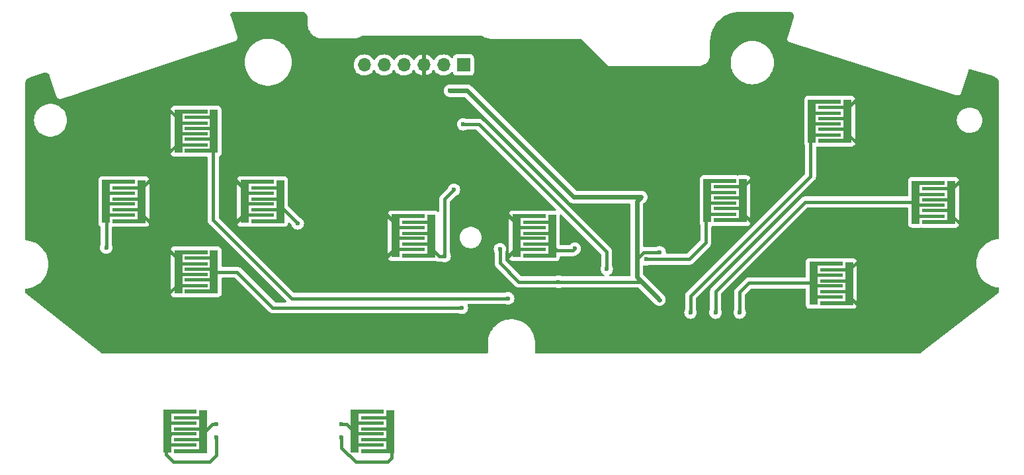
<source format=gtl>
G04 #@! TF.GenerationSoftware,KiCad,Pcbnew,8.0.9*
G04 #@! TF.CreationDate,2025-09-24T23:27:37+09:00*
G04 #@! TF.ProjectId,usb_sfc_pad,7573625f-7366-4635-9f70-61642e6b6963,rev?*
G04 #@! TF.SameCoordinates,Original*
G04 #@! TF.FileFunction,Copper,L1,Top*
G04 #@! TF.FilePolarity,Positive*
%FSLAX46Y46*%
G04 Gerber Fmt 4.6, Leading zero omitted, Abs format (unit mm)*
G04 Created by KiCad (PCBNEW 8.0.9) date 2025-09-24 23:27:37*
%MOMM*%
%LPD*%
G01*
G04 APERTURE LIST*
G04 Aperture macros list*
%AMFreePoly0*
4,1,19,0.300000,-2.700000,-3.900000,-2.700000,-3.900000,-2.200000,-0.700000,-2.200000,-0.700000,-1.200000,-3.900000,-1.200000,-3.900000,-0.800000,-0.700000,-0.800000,-0.700000,0.200000,-3.900000,0.200000,-3.900000,0.600000,-0.700000,0.600000,-0.700000,1.600000,-3.900000,1.600000,-3.900000,2.000000,-0.700000,2.000000,-0.700000,2.800000,0.300000,2.800000,0.300000,-2.700000,0.300000,-2.700000,
$1*%
%AMFreePoly1*
4,1,19,3.900000,2.200000,0.700000,2.200000,0.700000,1.200000,3.900000,1.200000,3.900000,0.800000,0.700000,0.800000,0.700000,-0.200000,3.900000,-0.200000,3.900000,-0.600000,0.700000,-0.600000,0.700000,-1.600000,3.900000,-1.600000,3.900000,-2.000000,0.700000,-2.000000,0.700000,-2.800000,-0.300000,-2.800000,-0.300000,2.700000,3.900000,2.700000,3.900000,2.200000,3.900000,2.200000,
$1*%
G04 Aperture macros list end*
G04 #@! TA.AperFunction,SMDPad,CuDef*
%ADD10FreePoly0,0.000000*%
G04 #@! TD*
G04 #@! TA.AperFunction,SMDPad,CuDef*
%ADD11FreePoly1,0.000000*%
G04 #@! TD*
G04 #@! TA.AperFunction,SMDPad,CuDef*
%ADD12FreePoly0,180.000000*%
G04 #@! TD*
G04 #@! TA.AperFunction,SMDPad,CuDef*
%ADD13FreePoly1,180.000000*%
G04 #@! TD*
G04 #@! TA.AperFunction,ComponentPad*
%ADD14R,1.700000X1.700000*%
G04 #@! TD*
G04 #@! TA.AperFunction,ComponentPad*
%ADD15O,1.700000X1.700000*%
G04 #@! TD*
G04 #@! TA.AperFunction,ViaPad*
%ADD16C,0.600000*%
G04 #@! TD*
G04 #@! TA.AperFunction,Conductor*
%ADD17C,0.400000*%
G04 #@! TD*
G04 #@! TA.AperFunction,Conductor*
%ADD18C,0.600000*%
G04 #@! TD*
G04 #@! TA.AperFunction,Conductor*
%ADD19C,0.200000*%
G04 #@! TD*
G04 APERTURE END LIST*
D10*
X144050000Y-111950000D03*
D11*
X139150000Y-111850000D03*
D12*
X109950000Y-136920640D03*
D13*
X114850000Y-137020640D03*
D10*
X107000000Y-107550000D03*
D11*
X102100000Y-107450000D03*
D10*
X124750000Y-107550000D03*
D11*
X119850000Y-107450000D03*
D10*
X197550000Y-118050000D03*
D11*
X192650000Y-117950000D03*
D10*
X116250000Y-116550000D03*
D11*
X111350000Y-116450000D03*
D10*
X116250000Y-98550000D03*
D11*
X111350000Y-98450000D03*
D12*
X133950000Y-136920640D03*
D13*
X138850000Y-137020640D03*
D10*
X183950000Y-107450000D03*
D11*
X179050000Y-107350000D03*
D10*
X210650000Y-107650000D03*
D11*
X205750000Y-107550000D03*
D10*
X159550000Y-111950000D03*
D11*
X154650000Y-111850000D03*
D10*
X197350000Y-97250000D03*
D11*
X192450000Y-97150000D03*
D14*
X148020000Y-90000000D03*
D15*
X145480000Y-90000000D03*
X142940000Y-90000000D03*
X140400000Y-90000000D03*
X137860000Y-90000000D03*
X135320000Y-90000000D03*
D16*
X142940000Y-92660000D03*
X170775000Y-106925000D03*
X173125000Y-114000000D03*
X152700000Y-113610295D03*
X173100000Y-120075000D03*
X146300000Y-93300000D03*
X160200000Y-117800000D03*
X180275000Y-121725000D03*
X162250000Y-113550000D03*
X126800000Y-110300000D03*
X171400000Y-114900000D03*
X146800000Y-106000000D03*
X145600000Y-114500000D03*
X153725000Y-119925000D03*
X147800000Y-121125000D03*
X148000000Y-97600000D03*
X166350000Y-116150000D03*
X102300000Y-113400000D03*
X183375000Y-121725000D03*
X177075000Y-121725000D03*
X132400000Y-137700000D03*
X116400000Y-137700000D03*
X116400000Y-136000000D03*
X132400000Y-136000000D03*
D17*
X134256602Y-140900000D02*
X138300000Y-140900000D01*
X132400000Y-139043398D02*
X134256602Y-140900000D01*
X132400000Y-137700000D02*
X132400000Y-139043398D01*
X138300000Y-140900000D02*
X138850000Y-140350000D01*
X138850000Y-140350000D02*
X138850000Y-137020640D01*
X133029360Y-136000000D02*
X133950000Y-136920640D01*
X132400000Y-136000000D02*
X133029360Y-136000000D01*
X116400000Y-136000000D02*
X115870640Y-136000000D01*
X115870640Y-136000000D02*
X114850000Y-137020640D01*
X109950000Y-139950000D02*
X109950000Y-136920640D01*
X116400000Y-140000000D02*
X115500000Y-140900000D01*
X115500000Y-140900000D02*
X110900000Y-140900000D01*
X110900000Y-140900000D02*
X109950000Y-139950000D01*
X116400000Y-137700000D02*
X116400000Y-140000000D01*
X124750000Y-108250000D02*
X124750000Y-107550000D01*
X126800000Y-110300000D02*
X124750000Y-108250000D01*
X152700000Y-115400000D02*
X152700000Y-113610295D01*
X170200000Y-114900000D02*
X170200000Y-115180761D01*
D18*
X170200000Y-107500000D02*
X170775000Y-106925000D01*
X173100000Y-120075000D02*
X170200000Y-117175000D01*
X170775000Y-106925000D02*
X162125000Y-106925000D01*
D17*
X173125000Y-114000000D02*
X171100000Y-114000000D01*
X160200000Y-117800000D02*
X155100000Y-117800000D01*
D18*
X162125000Y-106925000D02*
X148500000Y-93300000D01*
X148500000Y-93300000D02*
X146300000Y-93300000D01*
D17*
X170825000Y-117800000D02*
X160200000Y-117800000D01*
X155100000Y-117800000D02*
X152700000Y-115400000D01*
D18*
X170200000Y-117175000D02*
X170200000Y-107500000D01*
D17*
X171100000Y-114000000D02*
X170200000Y-114900000D01*
X173100000Y-120075000D02*
X170825000Y-117800000D01*
X180275000Y-119025000D02*
X191750000Y-107550000D01*
X191750000Y-107550000D02*
X205750000Y-107550000D01*
X180275000Y-121725000D02*
X180275000Y-119025000D01*
X162250000Y-113550000D02*
X162000000Y-113800000D01*
X162000000Y-113800000D02*
X160000000Y-113800000D01*
X160000000Y-113800000D02*
X159550000Y-113350000D01*
X159550000Y-113350000D02*
X159550000Y-111950000D01*
X176900000Y-114900000D02*
X179050000Y-112750000D01*
X171400000Y-114900000D02*
X176900000Y-114900000D01*
X179050000Y-112750000D02*
X179050000Y-107350000D01*
X144900000Y-114500000D02*
X144050000Y-113650000D01*
X145600000Y-107200000D02*
X146800000Y-106000000D01*
X144050000Y-113650000D02*
X144050000Y-111950000D01*
X145600000Y-114500000D02*
X144900000Y-114500000D01*
X145600000Y-114500000D02*
X145600000Y-107200000D01*
X116250000Y-100022758D02*
X116250000Y-98550000D01*
X126025000Y-119925000D02*
X116000000Y-109900000D01*
X116000000Y-109900000D02*
X116000000Y-100272758D01*
X116000000Y-100272758D02*
X116250000Y-100022758D01*
X153725000Y-119925000D02*
X126025000Y-119925000D01*
X119050000Y-116550000D02*
X116250000Y-116550000D01*
X147800000Y-121125000D02*
X123625000Y-121125000D01*
X123625000Y-121125000D02*
X119050000Y-116550000D01*
X150000000Y-97600000D02*
X148000000Y-97600000D01*
X166350000Y-116150000D02*
X166350000Y-113950000D01*
X166350000Y-113950000D02*
X150000000Y-97600000D01*
X102300000Y-113400000D02*
X102300000Y-107650000D01*
X102300000Y-107650000D02*
X102100000Y-107450000D01*
X184550000Y-117950000D02*
X192650000Y-117950000D01*
X183375000Y-119125000D02*
X184550000Y-117950000D01*
X183375000Y-121725000D02*
X183375000Y-119125000D01*
X177075000Y-119625000D02*
X192450000Y-104250000D01*
X177075000Y-121725000D02*
X177075000Y-119625000D01*
X192450000Y-104250000D02*
X192450000Y-97150000D01*
X138400000Y-137470640D02*
X138850000Y-137020640D01*
X110200000Y-137770640D02*
X110500000Y-137470640D01*
D19*
X110500000Y-137470640D02*
X109950000Y-136920640D01*
G04 #@! TA.AperFunction,Conductor*
G36*
X127210002Y-83169401D02*
G01*
X127269802Y-83169400D01*
X127281955Y-83169996D01*
X127423605Y-83183947D01*
X127447434Y-83188686D01*
X127577790Y-83228229D01*
X127600242Y-83237529D01*
X127720371Y-83301741D01*
X127740582Y-83315246D01*
X127841577Y-83398133D01*
X127845869Y-83401655D01*
X127863058Y-83418844D01*
X127949468Y-83524139D01*
X127962972Y-83544349D01*
X128016983Y-83645404D01*
X128027177Y-83664475D01*
X128036479Y-83686934D01*
X128076016Y-83817284D01*
X128080757Y-83841127D01*
X128094732Y-83983075D01*
X128095329Y-83995228D01*
X128095327Y-84062962D01*
X128095330Y-84063007D01*
X128095330Y-84717828D01*
X128095279Y-84718001D01*
X128095281Y-84888913D01*
X128095282Y-84888923D01*
X128126529Y-85126219D01*
X128126531Y-85126229D01*
X128188483Y-85357416D01*
X128188489Y-85357432D01*
X128280081Y-85578542D01*
X128280086Y-85578552D01*
X128289072Y-85594116D01*
X128375706Y-85744165D01*
X128399767Y-85785837D01*
X128545473Y-85975717D01*
X128545483Y-85975728D01*
X128714701Y-86144939D01*
X128714729Y-86144967D01*
X128904624Y-86290673D01*
X128904626Y-86290674D01*
X128904635Y-86290680D01*
X129048518Y-86373747D01*
X129111912Y-86410346D01*
X129333047Y-86501939D01*
X129564245Y-86563884D01*
X129801551Y-86595122D01*
X129921228Y-86595120D01*
X133988302Y-86595120D01*
X133997709Y-86595120D01*
X133997747Y-86595116D01*
X134038903Y-86595122D01*
X134039036Y-86595123D01*
X134039036Y-86595122D01*
X134039046Y-86595123D01*
X134270798Y-86568602D01*
X134270813Y-86568598D01*
X134270816Y-86568598D01*
X134498029Y-86515906D01*
X134498029Y-86515905D01*
X134498033Y-86515905D01*
X134498037Y-86515903D01*
X134498042Y-86515902D01*
X134556470Y-86495114D01*
X134717803Y-86437715D01*
X134927259Y-86335047D01*
X135032503Y-86267634D01*
X135099402Y-86248051D01*
X150362348Y-86250462D01*
X150429384Y-86270157D01*
X150440371Y-86278102D01*
X150477672Y-86308312D01*
X150491272Y-86319327D01*
X150683139Y-86437718D01*
X150683377Y-86437865D01*
X150683381Y-86437867D01*
X150784884Y-86483802D01*
X150889027Y-86530932D01*
X151104871Y-86597009D01*
X151150759Y-86604839D01*
X151173454Y-86611240D01*
X151175520Y-86611767D01*
X151175526Y-86611770D01*
X151225422Y-86617738D01*
X151231534Y-86618625D01*
X151281079Y-86627089D01*
X151282994Y-86627162D01*
X151306820Y-86627475D01*
X151402678Y-86638943D01*
X151420039Y-86642290D01*
X151440563Y-86647789D01*
X151440565Y-86647789D01*
X151440568Y-86647790D01*
X151469244Y-86647790D01*
X151483970Y-86648667D01*
X151503825Y-86651042D01*
X151512436Y-86652073D01*
X151512436Y-86652072D01*
X151512437Y-86652073D01*
X151531872Y-86649280D01*
X151533466Y-86649051D01*
X151551104Y-86647790D01*
X162956220Y-86647790D01*
X163023259Y-86667475D01*
X163043145Y-86683359D01*
X166388364Y-89971594D01*
X166389121Y-89972345D01*
X166433910Y-90017134D01*
X166435051Y-90017995D01*
X166435891Y-90018633D01*
X166437148Y-90019597D01*
X166492227Y-90050769D01*
X166493016Y-90051219D01*
X166546768Y-90082253D01*
X166548057Y-90082997D01*
X166549502Y-90083581D01*
X166550460Y-90083973D01*
X166551836Y-90084542D01*
X166551954Y-90084572D01*
X166551957Y-90084574D01*
X166613220Y-90100426D01*
X166614102Y-90100658D01*
X166675238Y-90117040D01*
X166675241Y-90117040D01*
X166675360Y-90117072D01*
X166676789Y-90117248D01*
X166677862Y-90117385D01*
X166679405Y-90117588D01*
X166679538Y-90117586D01*
X166679539Y-90117587D01*
X166742635Y-90117045D01*
X166743700Y-90117040D01*
X178097419Y-90117040D01*
X178097423Y-90117041D01*
X178163315Y-90117040D01*
X178229202Y-90117040D01*
X178237657Y-90117040D01*
X178237818Y-90117029D01*
X178274465Y-90117029D01*
X178274466Y-90117029D01*
X178494030Y-90082252D01*
X178705450Y-90013556D01*
X178903521Y-89912633D01*
X179083367Y-89781968D01*
X179154386Y-89710950D01*
X182215527Y-89710950D01*
X182235720Y-90044789D01*
X182235720Y-90044794D01*
X182235721Y-90044795D01*
X182296008Y-90373771D01*
X182296009Y-90373775D01*
X182296010Y-90373779D01*
X182395502Y-90693063D01*
X182395506Y-90693074D01*
X182395507Y-90693077D01*
X182395509Y-90693082D01*
X182532774Y-90998072D01*
X182699520Y-91273903D01*
X182705805Y-91284300D01*
X182912067Y-91547573D01*
X183148556Y-91784062D01*
X183411829Y-91990324D01*
X183411834Y-91990327D01*
X183411838Y-91990330D01*
X183698058Y-92163356D01*
X184003048Y-92300621D01*
X184003058Y-92300624D01*
X184003066Y-92300627D01*
X184099729Y-92330748D01*
X184322359Y-92400122D01*
X184651335Y-92460409D01*
X184985180Y-92480603D01*
X185319025Y-92460409D01*
X185648001Y-92400122D01*
X185967312Y-92300621D01*
X186272302Y-92163356D01*
X186558522Y-91990330D01*
X186560782Y-91988560D01*
X186755558Y-91835962D01*
X186821800Y-91784065D01*
X187058295Y-91547570D01*
X187223501Y-91336700D01*
X187264554Y-91284300D01*
X187264554Y-91284298D01*
X187264560Y-91284292D01*
X187437586Y-90998072D01*
X187574851Y-90693082D01*
X187579603Y-90677834D01*
X187598787Y-90616267D01*
X187674352Y-90373771D01*
X187734639Y-90044795D01*
X187754833Y-89710950D01*
X187734639Y-89377105D01*
X187674352Y-89048129D01*
X187630583Y-88907669D01*
X187574857Y-88728836D01*
X187574853Y-88728825D01*
X187574851Y-88728818D01*
X187437586Y-88423828D01*
X187264560Y-88137608D01*
X187264557Y-88137604D01*
X187264554Y-88137599D01*
X187058292Y-87874326D01*
X186821803Y-87637837D01*
X186558530Y-87431575D01*
X186558522Y-87431570D01*
X186272302Y-87258544D01*
X185967312Y-87121279D01*
X185967307Y-87121277D01*
X185967304Y-87121276D01*
X185967293Y-87121272D01*
X185648009Y-87021780D01*
X185648005Y-87021779D01*
X185648001Y-87021778D01*
X185319025Y-86961491D01*
X185319024Y-86961490D01*
X185319019Y-86961490D01*
X184985180Y-86941297D01*
X184651340Y-86961490D01*
X184651335Y-86961491D01*
X184322359Y-87021778D01*
X184322356Y-87021778D01*
X184322350Y-87021780D01*
X184003066Y-87121272D01*
X184003055Y-87121276D01*
X183698062Y-87258542D01*
X183698060Y-87258543D01*
X183411829Y-87431575D01*
X183148556Y-87637837D01*
X182912067Y-87874326D01*
X182705805Y-88137599D01*
X182532773Y-88423830D01*
X182532772Y-88423832D01*
X182395506Y-88728825D01*
X182395502Y-88728836D01*
X182296010Y-89048120D01*
X182296008Y-89048126D01*
X182296008Y-89048129D01*
X182269804Y-89191120D01*
X182235720Y-89377110D01*
X182215527Y-89710950D01*
X179154386Y-89710950D01*
X179240558Y-89624779D01*
X179371225Y-89444935D01*
X179472150Y-89246864D01*
X179540848Y-89035445D01*
X179575628Y-88815881D01*
X179575628Y-88785058D01*
X179575630Y-88785041D01*
X179575630Y-88704710D01*
X179575630Y-88704708D01*
X179575632Y-88638839D01*
X179575630Y-88638834D01*
X179575631Y-88631255D01*
X179575630Y-88631221D01*
X179575630Y-87067630D01*
X179575631Y-87067627D01*
X179575630Y-87004783D01*
X179575779Y-86998700D01*
X179578456Y-86944190D01*
X179593653Y-86634788D01*
X179594846Y-86622683D01*
X179596465Y-86611770D01*
X179647856Y-86265299D01*
X179650229Y-86253371D01*
X179677383Y-86144963D01*
X179738017Y-85902891D01*
X179741536Y-85891288D01*
X179863259Y-85551084D01*
X179867914Y-85539850D01*
X179893655Y-85485424D01*
X180022385Y-85213242D01*
X180028112Y-85202525D01*
X180213865Y-84892611D01*
X180220612Y-84882515D01*
X180435838Y-84592314D01*
X180443542Y-84582924D01*
X180686188Y-84315202D01*
X180694778Y-84306612D01*
X180962500Y-84063962D01*
X180971885Y-84056261D01*
X181262091Y-83841027D01*
X181272178Y-83834287D01*
X181582091Y-83648531D01*
X181592812Y-83642802D01*
X181800967Y-83544351D01*
X181919427Y-83488323D01*
X181930644Y-83483676D01*
X182270846Y-83361949D01*
X182282454Y-83358427D01*
X182632938Y-83270636D01*
X182644869Y-83268262D01*
X183002254Y-83215249D01*
X183014354Y-83214057D01*
X183313676Y-83199352D01*
X183377454Y-83196219D01*
X183383538Y-83196070D01*
X183447192Y-83196070D01*
X189707840Y-83196070D01*
X189707868Y-83196071D01*
X189716488Y-83196070D01*
X189716492Y-83196072D01*
X189775097Y-83196070D01*
X189789616Y-83196922D01*
X189894621Y-83209304D01*
X189922870Y-83216061D01*
X190015222Y-83250001D01*
X190041119Y-83263142D01*
X190123048Y-83317643D01*
X190145173Y-83336445D01*
X190206534Y-83402445D01*
X190212171Y-83408508D01*
X190229322Y-83431954D01*
X190271859Y-83507261D01*
X190277711Y-83517620D01*
X190288936Y-83544411D01*
X190316066Y-83638981D01*
X190320751Y-83667652D01*
X190325133Y-83765942D01*
X190323019Y-83794914D01*
X190303038Y-83898667D01*
X190299454Y-83912765D01*
X189770218Y-85578542D01*
X189497248Y-86437718D01*
X189482606Y-86483803D01*
X189469183Y-86526049D01*
X189463147Y-86657693D01*
X189463147Y-86657699D01*
X189491386Y-86786413D01*
X189491387Y-86786416D01*
X189551981Y-86903442D01*
X189551984Y-86903447D01*
X189629895Y-86988847D01*
X189640801Y-87000801D01*
X189673570Y-87021778D01*
X189751787Y-87071850D01*
X189751788Y-87071850D01*
X189751791Y-87071852D01*
X211026996Y-93831244D01*
X211027001Y-93831247D01*
X211041181Y-93835752D01*
X211166778Y-93875656D01*
X211283561Y-93881011D01*
X211299777Y-93883715D01*
X211314734Y-93882440D01*
X211316800Y-93882534D01*
X211332368Y-93874245D01*
X211427146Y-93853453D01*
X211544174Y-93792858D01*
X211641531Y-93704040D01*
X211712582Y-93593049D01*
X212616282Y-90748660D01*
X212616303Y-90748610D01*
X212624065Y-90724178D01*
X212633413Y-90694749D01*
X212636315Y-90685614D01*
X212643621Y-90667631D01*
X212644165Y-90666546D01*
X212660572Y-90633782D01*
X212683090Y-90602307D01*
X212702734Y-90582356D01*
X212733855Y-90559358D01*
X212758701Y-90546432D01*
X212795394Y-90534150D01*
X212823012Y-90529513D01*
X212861708Y-90529142D01*
X212899333Y-90534716D01*
X212918228Y-90539049D01*
X215839162Y-91454458D01*
X215839172Y-91454463D01*
X215905091Y-91475122D01*
X215915634Y-91478958D01*
X216013356Y-91519608D01*
X216060951Y-91539407D01*
X216080783Y-91549851D01*
X216208108Y-91632405D01*
X216225732Y-91646245D01*
X216269655Y-91687679D01*
X216336105Y-91750364D01*
X216350952Y-91767155D01*
X216440789Y-91889457D01*
X216452367Y-91908639D01*
X216518712Y-92045105D01*
X216526650Y-92066067D01*
X216567344Y-92212251D01*
X216571379Y-92234301D01*
X216585621Y-92391275D01*
X216586128Y-92402481D01*
X216586127Y-92470758D01*
X216586130Y-92470803D01*
X216586130Y-112192190D01*
X216566445Y-112259229D01*
X216513641Y-112304984D01*
X216474169Y-112315604D01*
X216298977Y-112332693D01*
X216298961Y-112332695D01*
X215965812Y-112402446D01*
X215642221Y-112508081D01*
X215332081Y-112648331D01*
X215332075Y-112648334D01*
X215039051Y-112821539D01*
X214766642Y-113025632D01*
X214766631Y-113025640D01*
X214518097Y-113258175D01*
X214518082Y-113258190D01*
X214518082Y-113258191D01*
X214460094Y-113325725D01*
X214296336Y-113516442D01*
X214104047Y-113797304D01*
X214104040Y-113797316D01*
X213943494Y-114097453D01*
X213816595Y-114413303D01*
X213816593Y-114413308D01*
X213724860Y-114741091D01*
X213724859Y-114741097D01*
X213669377Y-115076934D01*
X213669376Y-115076943D01*
X213650811Y-115416801D01*
X213650811Y-115416815D01*
X213669378Y-115756673D01*
X213669379Y-115756679D01*
X213669379Y-115756683D01*
X213669380Y-115756688D01*
X213713426Y-116023294D01*
X213724863Y-116092520D01*
X213724864Y-116092528D01*
X213816597Y-116420303D01*
X213816599Y-116420309D01*
X213943499Y-116736158D01*
X213943507Y-116736175D01*
X214092461Y-117014632D01*
X214104054Y-117036304D01*
X214296347Y-117317172D01*
X214518092Y-117575420D01*
X214766651Y-117807975D01*
X215039064Y-118012069D01*
X215332089Y-118185273D01*
X215642238Y-118325525D01*
X215642242Y-118325526D01*
X215642246Y-118325528D01*
X215965812Y-118431153D01*
X215965823Y-118431156D01*
X216168460Y-118473581D01*
X216298983Y-118500908D01*
X216298988Y-118500909D01*
X216383829Y-118509183D01*
X216474167Y-118517994D01*
X216538979Y-118544093D01*
X216579392Y-118601089D01*
X216586130Y-118641408D01*
X216586130Y-119098629D01*
X216566445Y-119165668D01*
X216538055Y-119196667D01*
X213273325Y-121725003D01*
X206562799Y-126921899D01*
X206522771Y-126952898D01*
X206457714Y-126978383D01*
X206446846Y-126978860D01*
X157292410Y-126978860D01*
X157225371Y-126959175D01*
X157179616Y-126906371D01*
X157168410Y-126854860D01*
X157168410Y-125659588D01*
X157168650Y-125655825D01*
X157168411Y-125585368D01*
X157168410Y-125584947D01*
X157168410Y-125514562D01*
X157168081Y-125509693D01*
X157167726Y-125416935D01*
X157129525Y-125084856D01*
X157054728Y-124759087D01*
X157054726Y-124759078D01*
X156944249Y-124443603D01*
X156799459Y-124142329D01*
X156622143Y-123858976D01*
X156414489Y-123597042D01*
X156179061Y-123359758D01*
X155918765Y-123150055D01*
X155857879Y-123111285D01*
X155636815Y-122970520D01*
X155489780Y-122898430D01*
X155336685Y-122823369D01*
X155336683Y-122823368D01*
X155022093Y-122710421D01*
X155022088Y-122710419D01*
X155022086Y-122710419D01*
X154696900Y-122633063D01*
X154696897Y-122633062D01*
X154696894Y-122633062D01*
X154597772Y-122620870D01*
X154365140Y-122592258D01*
X154349079Y-122592077D01*
X154030911Y-122588505D01*
X154030891Y-122588506D01*
X153698317Y-122621851D01*
X153698308Y-122621853D01*
X153371467Y-122691889D01*
X153371461Y-122691890D01*
X153371456Y-122691892D01*
X153371453Y-122691892D01*
X153054427Y-122797742D01*
X153054403Y-122797751D01*
X152751060Y-122938121D01*
X152558919Y-123054491D01*
X152465146Y-123111285D01*
X152465142Y-123111287D01*
X152465142Y-123111288D01*
X152200205Y-123315093D01*
X152200201Y-123315097D01*
X151959523Y-123547019D01*
X151959514Y-123547028D01*
X151959512Y-123547031D01*
X151892448Y-123627831D01*
X151746031Y-123804236D01*
X151562395Y-124083543D01*
X151410880Y-124381488D01*
X151293352Y-124694395D01*
X151211255Y-125018421D01*
X151211253Y-125018433D01*
X151165611Y-125349543D01*
X151165609Y-125349562D01*
X151163165Y-125442539D01*
X151161308Y-125455498D01*
X151162110Y-125455604D01*
X151161050Y-125463656D01*
X151161050Y-125521472D01*
X151161009Y-125524675D01*
X151159514Y-125582498D01*
X151160365Y-125590554D01*
X151161050Y-125603567D01*
X151161050Y-126854860D01*
X151141365Y-126921899D01*
X151088561Y-126967654D01*
X151037050Y-126978860D01*
X105526271Y-126978860D01*
X105525663Y-126978900D01*
X105481097Y-126978900D01*
X105392788Y-126992886D01*
X105357518Y-126998473D01*
X105338120Y-127000000D01*
X102908693Y-127000000D01*
X102893687Y-126999089D01*
X102699820Y-126975454D01*
X102594095Y-126978798D01*
X102590176Y-126978860D01*
X101780070Y-126978860D01*
X101713031Y-126959175D01*
X101703079Y-126952063D01*
X91970399Y-119243200D01*
X91930069Y-119186145D01*
X91923390Y-119145997D01*
X91923390Y-118774292D01*
X91943075Y-118707253D01*
X91995879Y-118661498D01*
X92037258Y-118650707D01*
X92207509Y-118636750D01*
X92543923Y-118571319D01*
X92871090Y-118469256D01*
X93185035Y-118331801D01*
X93481942Y-118160625D01*
X93758203Y-117957808D01*
X94010461Y-117725814D01*
X94235650Y-117467463D01*
X94266300Y-117423294D01*
X94431024Y-117185908D01*
X94431024Y-117185907D01*
X94431033Y-117185895D01*
X94594237Y-116884531D01*
X94723276Y-116567035D01*
X94816584Y-116237264D01*
X94873026Y-115899226D01*
X94888121Y-115625789D01*
X94891917Y-115557038D01*
X94891917Y-115557021D01*
X94876680Y-115281032D01*
X94873026Y-115214834D01*
X94816584Y-114876796D01*
X94723276Y-114547025D01*
X94594237Y-114229529D01*
X94431033Y-113928165D01*
X94431030Y-113928161D01*
X94431024Y-113928151D01*
X94235658Y-113646607D01*
X94235650Y-113646597D01*
X94010468Y-113388253D01*
X94010464Y-113388249D01*
X94010009Y-113387831D01*
X93891335Y-113278689D01*
X93758209Y-113156257D01*
X93758198Y-113156248D01*
X93481940Y-112953433D01*
X93185035Y-112782259D01*
X93111356Y-112750000D01*
X92871090Y-112644804D01*
X92543923Y-112542741D01*
X92543918Y-112542740D01*
X92207517Y-112477311D01*
X92207493Y-112477308D01*
X92037258Y-112463352D01*
X91972051Y-112438256D01*
X91930764Y-112381890D01*
X91923390Y-112339767D01*
X91923390Y-104749999D01*
X101294500Y-104749999D01*
X101294500Y-110250002D01*
X101299644Y-110321940D01*
X101328338Y-110419660D01*
X101337920Y-110452293D01*
X101340182Y-110459994D01*
X101417967Y-110581030D01*
X101417971Y-110581034D01*
X101503331Y-110655000D01*
X101526706Y-110675254D01*
X101526709Y-110675255D01*
X101526710Y-110675256D01*
X101527007Y-110675392D01*
X101527253Y-110675605D01*
X101534169Y-110680050D01*
X101533530Y-110681043D01*
X101579813Y-110721145D01*
X101599500Y-110788184D01*
X101599500Y-112974507D01*
X101580494Y-113040478D01*
X101574209Y-113050479D01*
X101514633Y-113220737D01*
X101514630Y-113220750D01*
X101494435Y-113399996D01*
X101494435Y-113400003D01*
X101514630Y-113579249D01*
X101514631Y-113579254D01*
X101574211Y-113749523D01*
X101658142Y-113883098D01*
X101670184Y-113902262D01*
X101797738Y-114029816D01*
X101829296Y-114049645D01*
X101905381Y-114097453D01*
X101950478Y-114125789D01*
X102104878Y-114179816D01*
X102120745Y-114185368D01*
X102120750Y-114185369D01*
X102299996Y-114205565D01*
X102300000Y-114205565D01*
X102300004Y-114205565D01*
X102479249Y-114185369D01*
X102479252Y-114185368D01*
X102479255Y-114185368D01*
X102649522Y-114125789D01*
X102802262Y-114029816D01*
X102929816Y-113902262D01*
X103025789Y-113749522D01*
X103085368Y-113579255D01*
X103088664Y-113550003D01*
X103105565Y-113400003D01*
X103105565Y-113399996D01*
X103085369Y-113220750D01*
X103085366Y-113220737D01*
X103025790Y-113050479D01*
X103019506Y-113040478D01*
X103000500Y-112974507D01*
X103000500Y-110879000D01*
X103020185Y-110811961D01*
X103072989Y-110766206D01*
X103124500Y-110755000D01*
X107300000Y-110755000D01*
X107300002Y-110754999D01*
X107371870Y-110749859D01*
X107509781Y-110709365D01*
X107630703Y-110631654D01*
X107724832Y-110523023D01*
X107724835Y-110523020D01*
X107784543Y-110392278D01*
X107784544Y-110392273D01*
X107787671Y-110370513D01*
X107787671Y-110370511D01*
X106541157Y-109123998D01*
X106507672Y-109062675D01*
X106505154Y-109045162D01*
X106500355Y-108978059D01*
X106475776Y-108894353D01*
X106459819Y-108840008D01*
X106430477Y-108794352D01*
X106410793Y-108727314D01*
X106430477Y-108660274D01*
X106483281Y-108614519D01*
X106552439Y-108604575D01*
X106615995Y-108633600D01*
X106622474Y-108639632D01*
X107804999Y-109822157D01*
X107805000Y-109822157D01*
X107805000Y-105177842D01*
X107804999Y-105177841D01*
X106712669Y-106270172D01*
X106651346Y-106303657D01*
X106581654Y-106298673D01*
X106525721Y-106256801D01*
X106501304Y-106191338D01*
X106500561Y-106180944D01*
X106500355Y-106178059D01*
X106478848Y-106104815D01*
X106461782Y-106046693D01*
X106461782Y-105976825D01*
X106493078Y-105924078D01*
X107786051Y-104631105D01*
X107759363Y-104540216D01*
X107759362Y-104540214D01*
X107681654Y-104419296D01*
X107573023Y-104325167D01*
X107573022Y-104325166D01*
X107442278Y-104265456D01*
X107442274Y-104265455D01*
X107299998Y-104245000D01*
X106299997Y-104245000D01*
X106228132Y-104250139D01*
X106228130Y-104250140D01*
X106191915Y-104260773D01*
X106139337Y-104264533D01*
X106000000Y-104244500D01*
X101800000Y-104244500D01*
X101799997Y-104244500D01*
X101728059Y-104249644D01*
X101590005Y-104290182D01*
X101468969Y-104367967D01*
X101468965Y-104367971D01*
X101374750Y-104476700D01*
X101374744Y-104476709D01*
X101314976Y-104607580D01*
X101314975Y-104607585D01*
X101294500Y-104749999D01*
X91923390Y-104749999D01*
X91923390Y-97087320D01*
X93057422Y-97087320D01*
X93077031Y-97374000D01*
X93077031Y-97374004D01*
X93077032Y-97374006D01*
X93089712Y-97435024D01*
X93135496Y-97655354D01*
X93135497Y-97655357D01*
X93231724Y-97926113D01*
X93231723Y-97926113D01*
X93363928Y-98181255D01*
X93529642Y-98416020D01*
X93602801Y-98494353D01*
X93725777Y-98626028D01*
X93893739Y-98762675D01*
X93948683Y-98807375D01*
X94194212Y-98956685D01*
X94381067Y-99037846D01*
X94457772Y-99071164D01*
X94734472Y-99148691D01*
X94984750Y-99183091D01*
X95019151Y-99187820D01*
X95019152Y-99187820D01*
X95306509Y-99187820D01*
X95337200Y-99183601D01*
X95591188Y-99148691D01*
X95867888Y-99071164D01*
X95980845Y-99022099D01*
X96131447Y-98956685D01*
X96131450Y-98956683D01*
X96131455Y-98956681D01*
X96376977Y-98807375D01*
X96599883Y-98626028D01*
X96796019Y-98416018D01*
X96961731Y-98181256D01*
X97093934Y-97926117D01*
X97190164Y-97655352D01*
X97248628Y-97374006D01*
X97268238Y-97087320D01*
X97248628Y-96800634D01*
X97190164Y-96519288D01*
X97093935Y-96248526D01*
X97093936Y-96248526D01*
X97057310Y-96177841D01*
X110545000Y-96177841D01*
X110545000Y-100822158D01*
X111637330Y-99729827D01*
X111698653Y-99696342D01*
X111768344Y-99701326D01*
X111824278Y-99743197D01*
X111848695Y-99808661D01*
X111849645Y-99821942D01*
X111888216Y-99953304D01*
X111888216Y-100023174D01*
X111856920Y-100075920D01*
X110563947Y-101368892D01*
X110563947Y-101368894D01*
X110590636Y-101459784D01*
X110590637Y-101459786D01*
X110668345Y-101580703D01*
X110776976Y-101674832D01*
X110776977Y-101674833D01*
X110907721Y-101734543D01*
X110907725Y-101734544D01*
X111050001Y-101754999D01*
X111050003Y-101755000D01*
X112050000Y-101755000D01*
X112050002Y-101754999D01*
X112121870Y-101749860D01*
X112158076Y-101739228D01*
X112210659Y-101735466D01*
X112350000Y-101755500D01*
X115175500Y-101755500D01*
X115242539Y-101775185D01*
X115288294Y-101827989D01*
X115299500Y-101879500D01*
X115299500Y-109831006D01*
X115299500Y-109968994D01*
X115299500Y-109968996D01*
X115299499Y-109968996D01*
X115326418Y-110104322D01*
X115326421Y-110104332D01*
X115379222Y-110231807D01*
X115455887Y-110346545D01*
X115455888Y-110346546D01*
X125322162Y-120212819D01*
X125355647Y-120274142D01*
X125350663Y-120343834D01*
X125308791Y-120399767D01*
X125243327Y-120424184D01*
X125234481Y-120424500D01*
X123966519Y-120424500D01*
X123899480Y-120404815D01*
X123878838Y-120388181D01*
X119496546Y-116005888D01*
X119496545Y-116005887D01*
X119381807Y-115929222D01*
X119254332Y-115876421D01*
X119254322Y-115876418D01*
X119118996Y-115849500D01*
X119118994Y-115849500D01*
X119118993Y-115849500D01*
X117179500Y-115849500D01*
X117112461Y-115829815D01*
X117066706Y-115777011D01*
X117055500Y-115725500D01*
X117055500Y-113750000D01*
X117050355Y-113678060D01*
X117009819Y-113540008D01*
X116964911Y-113470130D01*
X116932032Y-113418969D01*
X116932028Y-113418965D01*
X116823299Y-113324750D01*
X116823297Y-113324748D01*
X116823294Y-113324746D01*
X116823290Y-113324744D01*
X116692419Y-113264976D01*
X116692414Y-113264975D01*
X116550000Y-113244500D01*
X115550000Y-113244500D01*
X115549997Y-113244500D01*
X115478061Y-113249644D01*
X115478056Y-113249645D01*
X115439591Y-113260939D01*
X115387014Y-113264699D01*
X115250000Y-113245000D01*
X111049997Y-113245000D01*
X110978129Y-113250140D01*
X110840218Y-113290634D01*
X110719296Y-113368345D01*
X110625167Y-113476976D01*
X110625164Y-113476979D01*
X110565458Y-113607717D01*
X110565457Y-113607724D01*
X110562327Y-113629486D01*
X111808842Y-114876000D01*
X111842327Y-114937323D01*
X111844845Y-114954834D01*
X111849644Y-115021940D01*
X111865795Y-115076943D01*
X111890181Y-115159992D01*
X111890182Y-115159993D01*
X111919521Y-115205646D01*
X111939205Y-115272685D01*
X111919520Y-115339725D01*
X111866716Y-115385480D01*
X111797557Y-115395423D01*
X111734002Y-115366398D01*
X111727524Y-115360366D01*
X110545000Y-114177841D01*
X110545000Y-118822158D01*
X111637330Y-117729827D01*
X111698653Y-117696342D01*
X111768344Y-117701326D01*
X111824278Y-117743197D01*
X111848695Y-117808661D01*
X111849645Y-117821942D01*
X111888216Y-117953304D01*
X111888216Y-118023174D01*
X111856920Y-118075920D01*
X110563947Y-119368892D01*
X110563947Y-119368894D01*
X110590636Y-119459784D01*
X110590637Y-119459786D01*
X110668345Y-119580703D01*
X110776976Y-119674832D01*
X110776977Y-119674833D01*
X110907721Y-119734543D01*
X110907725Y-119734544D01*
X111050001Y-119754999D01*
X111050003Y-119755000D01*
X112050000Y-119755000D01*
X112050002Y-119754999D01*
X112121870Y-119749860D01*
X112158076Y-119739228D01*
X112210659Y-119735466D01*
X112350000Y-119755500D01*
X112350003Y-119755500D01*
X116550000Y-119755500D01*
X116621940Y-119750355D01*
X116759992Y-119709819D01*
X116881032Y-119632031D01*
X116975254Y-119523294D01*
X117026378Y-119411348D01*
X117035023Y-119392419D01*
X117035024Y-119392414D01*
X117036976Y-119378838D01*
X117055500Y-119250000D01*
X117055500Y-117374500D01*
X117075185Y-117307461D01*
X117127989Y-117261706D01*
X117179500Y-117250500D01*
X118708481Y-117250500D01*
X118775520Y-117270185D01*
X118796162Y-117286819D01*
X123178453Y-121669111D01*
X123178454Y-121669112D01*
X123293192Y-121745777D01*
X123420667Y-121798578D01*
X123420672Y-121798580D01*
X123420676Y-121798580D01*
X123420677Y-121798581D01*
X123556003Y-121825500D01*
X123556006Y-121825500D01*
X123556007Y-121825500D01*
X147374506Y-121825500D01*
X147440477Y-121844506D01*
X147450474Y-121850787D01*
X147450475Y-121850787D01*
X147450478Y-121850789D01*
X147603258Y-121904249D01*
X147620745Y-121910368D01*
X147620750Y-121910369D01*
X147799996Y-121930565D01*
X147800000Y-121930565D01*
X147800004Y-121930565D01*
X147979249Y-121910369D01*
X147979252Y-121910368D01*
X147979255Y-121910368D01*
X148149522Y-121850789D01*
X148302262Y-121754816D01*
X148332082Y-121724996D01*
X176269435Y-121724996D01*
X176269435Y-121725003D01*
X176289630Y-121904249D01*
X176289631Y-121904254D01*
X176349211Y-122074523D01*
X176445184Y-122227262D01*
X176572738Y-122354816D01*
X176725478Y-122450789D01*
X176895745Y-122510368D01*
X176895750Y-122510369D01*
X177074996Y-122530565D01*
X177075000Y-122530565D01*
X177075004Y-122530565D01*
X177254249Y-122510369D01*
X177254252Y-122510368D01*
X177254255Y-122510368D01*
X177424522Y-122450789D01*
X177577262Y-122354816D01*
X177704816Y-122227262D01*
X177800789Y-122074522D01*
X177860368Y-121904255D01*
X177866392Y-121850789D01*
X177880565Y-121725003D01*
X177880565Y-121724996D01*
X179469435Y-121724996D01*
X179469435Y-121725003D01*
X179489630Y-121904249D01*
X179489631Y-121904254D01*
X179549211Y-122074523D01*
X179645184Y-122227262D01*
X179772738Y-122354816D01*
X179925478Y-122450789D01*
X180095745Y-122510368D01*
X180095750Y-122510369D01*
X180274996Y-122530565D01*
X180275000Y-122530565D01*
X180275004Y-122530565D01*
X180454249Y-122510369D01*
X180454252Y-122510368D01*
X180454255Y-122510368D01*
X180624522Y-122450789D01*
X180777262Y-122354816D01*
X180904816Y-122227262D01*
X181000789Y-122074522D01*
X181060368Y-121904255D01*
X181066392Y-121850789D01*
X181080565Y-121725003D01*
X181080565Y-121724996D01*
X182569435Y-121724996D01*
X182569435Y-121725003D01*
X182589630Y-121904249D01*
X182589631Y-121904254D01*
X182649211Y-122074523D01*
X182745184Y-122227262D01*
X182872738Y-122354816D01*
X183025478Y-122450789D01*
X183195745Y-122510368D01*
X183195750Y-122510369D01*
X183374996Y-122530565D01*
X183375000Y-122530565D01*
X183375004Y-122530565D01*
X183554249Y-122510369D01*
X183554252Y-122510368D01*
X183554255Y-122510368D01*
X183724522Y-122450789D01*
X183877262Y-122354816D01*
X184004816Y-122227262D01*
X184100789Y-122074522D01*
X184160368Y-121904255D01*
X184166392Y-121850789D01*
X184180565Y-121725003D01*
X184180565Y-121724996D01*
X184160369Y-121545750D01*
X184160366Y-121545737D01*
X184100790Y-121375479D01*
X184094506Y-121365478D01*
X184075500Y-121299507D01*
X184075500Y-119466519D01*
X184095185Y-119399480D01*
X184111819Y-119378838D01*
X184803838Y-118686819D01*
X184865161Y-118653334D01*
X184891519Y-118650500D01*
X191720500Y-118650500D01*
X191787539Y-118670185D01*
X191833294Y-118722989D01*
X191844500Y-118774500D01*
X191844500Y-120750002D01*
X191849644Y-120821940D01*
X191890182Y-120959994D01*
X191967967Y-121081030D01*
X191967971Y-121081034D01*
X192018710Y-121125000D01*
X192076706Y-121175254D01*
X192117174Y-121193735D01*
X192207580Y-121235023D01*
X192207583Y-121235023D01*
X192207584Y-121235024D01*
X192350000Y-121255500D01*
X192350003Y-121255500D01*
X193350000Y-121255500D01*
X193421940Y-121250355D01*
X193460404Y-121239060D01*
X193512985Y-121235300D01*
X193650001Y-121254999D01*
X193650003Y-121255000D01*
X197850000Y-121255000D01*
X197850002Y-121254999D01*
X197921870Y-121249859D01*
X198059781Y-121209365D01*
X198180703Y-121131654D01*
X198274832Y-121023023D01*
X198274835Y-121023020D01*
X198334543Y-120892278D01*
X198334544Y-120892273D01*
X198337671Y-120870513D01*
X198337671Y-120870511D01*
X197091157Y-119623998D01*
X197057672Y-119562675D01*
X197055154Y-119545162D01*
X197050355Y-119478059D01*
X197034111Y-119422738D01*
X197009819Y-119340008D01*
X196980477Y-119294352D01*
X196960793Y-119227314D01*
X196980477Y-119160274D01*
X197033281Y-119114519D01*
X197102439Y-119104575D01*
X197165995Y-119133600D01*
X197172474Y-119139632D01*
X198354999Y-120322157D01*
X198355000Y-120322157D01*
X198355000Y-115677842D01*
X198354999Y-115677841D01*
X197262669Y-116770172D01*
X197201346Y-116803657D01*
X197131654Y-116798673D01*
X197075721Y-116756801D01*
X197051304Y-116691338D01*
X197050355Y-116678060D01*
X197011782Y-116546693D01*
X197011782Y-116476825D01*
X197043078Y-116424078D01*
X198336051Y-115131105D01*
X198309363Y-115040216D01*
X198309362Y-115040214D01*
X198231654Y-114919296D01*
X198123023Y-114825167D01*
X198123022Y-114825166D01*
X197992278Y-114765456D01*
X197992274Y-114765455D01*
X197849998Y-114745000D01*
X196849997Y-114745000D01*
X196778132Y-114750139D01*
X196778130Y-114750140D01*
X196741915Y-114760773D01*
X196689337Y-114764533D01*
X196550000Y-114744500D01*
X192350000Y-114744500D01*
X192349997Y-114744500D01*
X192278059Y-114749644D01*
X192140005Y-114790182D01*
X192018969Y-114867967D01*
X192018965Y-114867971D01*
X191924750Y-114976700D01*
X191924744Y-114976709D01*
X191864976Y-115107580D01*
X191864975Y-115107585D01*
X191844500Y-115249999D01*
X191844500Y-117125500D01*
X191824815Y-117192539D01*
X191772011Y-117238294D01*
X191720500Y-117249500D01*
X184481004Y-117249500D01*
X184345677Y-117276418D01*
X184345667Y-117276421D01*
X184218192Y-117329222D01*
X184103454Y-117405887D01*
X182830887Y-118678454D01*
X182754222Y-118793192D01*
X182701421Y-118920667D01*
X182701421Y-118920669D01*
X182701420Y-118920672D01*
X182684248Y-119007003D01*
X182684248Y-119007004D01*
X182674500Y-119056006D01*
X182674500Y-121299507D01*
X182655494Y-121365478D01*
X182649209Y-121375479D01*
X182589633Y-121545737D01*
X182589630Y-121545750D01*
X182569435Y-121724996D01*
X181080565Y-121724996D01*
X181060369Y-121545750D01*
X181060366Y-121545737D01*
X181000790Y-121375479D01*
X180994506Y-121365478D01*
X180975500Y-121299507D01*
X180975500Y-119366519D01*
X180995185Y-119299480D01*
X181011819Y-119278838D01*
X192003838Y-108286819D01*
X192065161Y-108253334D01*
X192091519Y-108250500D01*
X204820500Y-108250500D01*
X204887539Y-108270185D01*
X204933294Y-108322989D01*
X204944500Y-108374500D01*
X204944500Y-110350002D01*
X204949644Y-110421940D01*
X204972356Y-110499287D01*
X204986076Y-110546013D01*
X204990182Y-110559994D01*
X205067967Y-110681030D01*
X205067971Y-110681034D01*
X205171187Y-110770472D01*
X205176706Y-110775254D01*
X205199098Y-110785480D01*
X205307580Y-110835023D01*
X205307583Y-110835023D01*
X205307584Y-110835024D01*
X205450000Y-110855500D01*
X205450003Y-110855500D01*
X206450000Y-110855500D01*
X206521940Y-110850355D01*
X206560404Y-110839060D01*
X206612985Y-110835300D01*
X206750001Y-110854999D01*
X206750003Y-110855000D01*
X210950000Y-110855000D01*
X210950002Y-110854999D01*
X211021870Y-110849859D01*
X211159781Y-110809365D01*
X211280703Y-110731654D01*
X211374832Y-110623023D01*
X211374835Y-110623020D01*
X211434543Y-110492278D01*
X211434544Y-110492273D01*
X211437671Y-110470513D01*
X211437671Y-110470511D01*
X210191157Y-109223998D01*
X210157672Y-109162675D01*
X210155154Y-109145162D01*
X210150355Y-109078059D01*
X210129661Y-109007584D01*
X210109819Y-108940008D01*
X210080477Y-108894352D01*
X210060793Y-108827314D01*
X210080477Y-108760274D01*
X210133281Y-108714519D01*
X210202439Y-108704575D01*
X210265995Y-108733600D01*
X210272474Y-108739632D01*
X211454999Y-109922157D01*
X211455000Y-109922157D01*
X211455000Y-105277842D01*
X211454999Y-105277841D01*
X210362669Y-106370172D01*
X210301346Y-106403657D01*
X210231654Y-106398673D01*
X210175721Y-106356801D01*
X210151304Y-106291338D01*
X210150355Y-106278060D01*
X210111782Y-106146693D01*
X210111782Y-106076825D01*
X210143078Y-106024078D01*
X211436051Y-104731105D01*
X211409363Y-104640216D01*
X211409362Y-104640214D01*
X211331654Y-104519296D01*
X211223023Y-104425167D01*
X211223022Y-104425166D01*
X211092278Y-104365456D01*
X211092274Y-104365455D01*
X210949998Y-104345000D01*
X209949997Y-104345000D01*
X209878132Y-104350139D01*
X209878130Y-104350140D01*
X209841915Y-104360773D01*
X209789337Y-104364533D01*
X209650000Y-104344500D01*
X205450000Y-104344500D01*
X205449997Y-104344500D01*
X205378059Y-104349644D01*
X205240005Y-104390182D01*
X205118969Y-104467967D01*
X205118965Y-104467971D01*
X205024750Y-104576700D01*
X205024744Y-104576709D01*
X204964976Y-104707580D01*
X204964975Y-104707585D01*
X204944500Y-104849999D01*
X204944500Y-106725500D01*
X204924815Y-106792539D01*
X204872011Y-106838294D01*
X204820500Y-106849500D01*
X191681004Y-106849500D01*
X191545677Y-106876418D01*
X191545667Y-106876421D01*
X191418192Y-106929222D01*
X191303454Y-107005887D01*
X179730887Y-118578454D01*
X179654222Y-118693192D01*
X179601421Y-118820667D01*
X179601418Y-118820679D01*
X179581529Y-118920670D01*
X179581529Y-118920673D01*
X179574500Y-118956006D01*
X179574500Y-121299507D01*
X179555494Y-121365478D01*
X179549209Y-121375479D01*
X179489633Y-121545737D01*
X179489630Y-121545750D01*
X179469435Y-121724996D01*
X177880565Y-121724996D01*
X177860369Y-121545750D01*
X177860366Y-121545737D01*
X177800790Y-121375479D01*
X177794506Y-121365478D01*
X177775500Y-121299507D01*
X177775500Y-119966519D01*
X177795185Y-119899480D01*
X177811819Y-119878838D01*
X192994112Y-104696545D01*
X192994114Y-104696543D01*
X193070775Y-104581811D01*
X193072889Y-104576709D01*
X193101522Y-104507580D01*
X193123580Y-104454328D01*
X193136340Y-104390181D01*
X193150500Y-104318995D01*
X193150500Y-100564157D01*
X193170185Y-100497118D01*
X193222989Y-100451363D01*
X193239563Y-100445181D01*
X193260401Y-100439062D01*
X193312985Y-100435300D01*
X193450001Y-100454999D01*
X193450003Y-100455000D01*
X197650000Y-100455000D01*
X197650002Y-100454999D01*
X197721870Y-100449859D01*
X197859781Y-100409365D01*
X197980703Y-100331654D01*
X198074832Y-100223023D01*
X198074835Y-100223020D01*
X198134543Y-100092278D01*
X198134544Y-100092273D01*
X198137671Y-100070513D01*
X198137671Y-100070511D01*
X196891157Y-98823998D01*
X196857672Y-98762675D01*
X196855154Y-98745162D01*
X196850355Y-98678059D01*
X196837584Y-98634566D01*
X196809819Y-98540008D01*
X196780477Y-98494352D01*
X196760793Y-98427314D01*
X196780477Y-98360274D01*
X196833281Y-98314519D01*
X196902439Y-98304575D01*
X196965995Y-98333600D01*
X196972474Y-98339632D01*
X198154999Y-99522157D01*
X198155000Y-99522157D01*
X198155000Y-97077070D01*
X211169892Y-97077070D01*
X211190053Y-97333252D01*
X211250042Y-97583128D01*
X211348382Y-97820543D01*
X211348384Y-97820546D01*
X211482651Y-98039649D01*
X211482657Y-98039658D01*
X211649545Y-98235059D01*
X211649550Y-98235064D01*
X211796152Y-98360274D01*
X211844955Y-98401955D01*
X211886337Y-98427314D01*
X212064063Y-98536225D01*
X212064066Y-98536227D01*
X212301481Y-98634567D01*
X212406229Y-98659714D01*
X212551355Y-98694556D01*
X212807540Y-98714718D01*
X213063725Y-98694556D01*
X213243692Y-98651349D01*
X213313598Y-98634567D01*
X213313599Y-98634566D01*
X213313601Y-98634566D01*
X213411938Y-98593833D01*
X213551013Y-98536227D01*
X213551014Y-98536226D01*
X213551017Y-98536225D01*
X213770125Y-98401955D01*
X213965532Y-98235062D01*
X214132425Y-98039655D01*
X214266695Y-97820547D01*
X214272065Y-97807584D01*
X214358047Y-97600003D01*
X214365036Y-97583131D01*
X214425026Y-97333255D01*
X214445188Y-97077070D01*
X214425026Y-96820885D01*
X214377589Y-96623294D01*
X214365037Y-96571011D01*
X214266697Y-96333596D01*
X214266695Y-96333593D01*
X214132428Y-96114490D01*
X214132422Y-96114481D01*
X213965534Y-95919080D01*
X213965529Y-95919075D01*
X213770128Y-95752187D01*
X213770119Y-95752181D01*
X213551016Y-95617914D01*
X213551013Y-95617912D01*
X213313598Y-95519572D01*
X213063721Y-95459583D01*
X213063722Y-95459583D01*
X212807540Y-95439422D01*
X212551357Y-95459583D01*
X212301481Y-95519572D01*
X212064066Y-95617912D01*
X212064063Y-95617914D01*
X211844960Y-95752181D01*
X211844951Y-95752187D01*
X211649550Y-95919075D01*
X211649545Y-95919080D01*
X211482657Y-96114481D01*
X211482651Y-96114490D01*
X211348384Y-96333593D01*
X211348382Y-96333596D01*
X211250042Y-96571011D01*
X211190053Y-96820887D01*
X211169892Y-97077070D01*
X198155000Y-97077070D01*
X198155000Y-94877842D01*
X198154999Y-94877841D01*
X197062669Y-95970172D01*
X197001346Y-96003657D01*
X196931654Y-95998673D01*
X196875721Y-95956801D01*
X196851304Y-95891338D01*
X196850355Y-95878060D01*
X196811782Y-95746693D01*
X196811782Y-95676825D01*
X196843078Y-95624078D01*
X198136051Y-94331105D01*
X198109363Y-94240216D01*
X198109362Y-94240214D01*
X198031654Y-94119296D01*
X197923023Y-94025167D01*
X197923022Y-94025166D01*
X197792278Y-93965456D01*
X197792274Y-93965455D01*
X197649998Y-93945000D01*
X196649997Y-93945000D01*
X196578132Y-93950139D01*
X196578130Y-93950140D01*
X196541915Y-93960773D01*
X196489337Y-93964533D01*
X196350000Y-93944500D01*
X192150000Y-93944500D01*
X192149997Y-93944500D01*
X192078059Y-93949644D01*
X191940005Y-93990182D01*
X191818969Y-94067967D01*
X191818968Y-94067969D01*
X191724750Y-94176700D01*
X191724744Y-94176709D01*
X191664976Y-94307580D01*
X191664975Y-94307585D01*
X191644500Y-94449999D01*
X191644500Y-99950002D01*
X191649644Y-100021940D01*
X191680979Y-100128656D01*
X191690181Y-100159992D01*
X191729816Y-100221664D01*
X191749500Y-100288700D01*
X191749500Y-103908480D01*
X191729815Y-103975519D01*
X191713181Y-103996161D01*
X176530888Y-119178453D01*
X176530887Y-119178454D01*
X176454223Y-119293192D01*
X176401421Y-119420668D01*
X176401418Y-119420680D01*
X176389925Y-119478459D01*
X176389925Y-119478460D01*
X176374500Y-119556004D01*
X176374500Y-121299507D01*
X176355494Y-121365478D01*
X176349209Y-121375479D01*
X176289633Y-121545737D01*
X176289630Y-121545750D01*
X176269435Y-121724996D01*
X148332082Y-121724996D01*
X148429816Y-121627262D01*
X148525789Y-121474522D01*
X148585368Y-121304255D01*
X148585903Y-121299507D01*
X148605565Y-121125003D01*
X148605565Y-121124996D01*
X148585369Y-120945750D01*
X148585367Y-120945742D01*
X148531030Y-120790454D01*
X148527469Y-120720676D01*
X148562198Y-120660048D01*
X148624191Y-120627821D01*
X148648072Y-120625500D01*
X153299506Y-120625500D01*
X153365477Y-120644506D01*
X153375474Y-120650787D01*
X153375475Y-120650787D01*
X153375478Y-120650789D01*
X153529873Y-120704814D01*
X153545745Y-120710368D01*
X153545750Y-120710369D01*
X153724996Y-120730565D01*
X153725000Y-120730565D01*
X153725004Y-120730565D01*
X153904249Y-120710369D01*
X153904252Y-120710368D01*
X153904255Y-120710368D01*
X154074522Y-120650789D01*
X154227262Y-120554816D01*
X154354816Y-120427262D01*
X154450789Y-120274522D01*
X154510368Y-120104255D01*
X154513664Y-120075001D01*
X154530565Y-119925003D01*
X154530565Y-119924996D01*
X154510369Y-119745750D01*
X154510368Y-119745745D01*
X154493172Y-119696603D01*
X154450789Y-119575478D01*
X154449067Y-119572738D01*
X154389577Y-119478060D01*
X154354816Y-119422738D01*
X154227262Y-119295184D01*
X154201248Y-119278838D01*
X154074523Y-119199211D01*
X153904254Y-119139631D01*
X153904249Y-119139630D01*
X153725004Y-119119435D01*
X153724996Y-119119435D01*
X153545750Y-119139630D01*
X153545745Y-119139631D01*
X153375474Y-119199212D01*
X153365477Y-119205494D01*
X153299506Y-119224500D01*
X126366519Y-119224500D01*
X126299480Y-119204815D01*
X126278838Y-119188181D01*
X116736819Y-109646162D01*
X116703334Y-109584839D01*
X116700500Y-109558481D01*
X116700500Y-105177841D01*
X119045000Y-105177841D01*
X119045000Y-109822158D01*
X120137330Y-108729827D01*
X120198653Y-108696342D01*
X120268344Y-108701326D01*
X120324278Y-108743197D01*
X120348695Y-108808661D01*
X120349645Y-108821942D01*
X120388216Y-108953304D01*
X120388216Y-109023174D01*
X120356920Y-109075920D01*
X119063947Y-110368892D01*
X119063947Y-110368894D01*
X119090636Y-110459784D01*
X119090637Y-110459786D01*
X119168345Y-110580703D01*
X119276976Y-110674832D01*
X119276977Y-110674833D01*
X119407721Y-110734543D01*
X119407725Y-110734544D01*
X119550001Y-110754999D01*
X119550003Y-110755000D01*
X120550000Y-110755000D01*
X120550002Y-110754999D01*
X120621870Y-110749860D01*
X120658076Y-110739228D01*
X120710659Y-110735466D01*
X120850000Y-110755500D01*
X120850003Y-110755500D01*
X125050000Y-110755500D01*
X125121940Y-110750355D01*
X125259992Y-110709819D01*
X125381032Y-110632031D01*
X125475254Y-110523294D01*
X125516542Y-110432884D01*
X125535023Y-110392419D01*
X125535024Y-110392414D01*
X125535044Y-110392278D01*
X125545870Y-110316978D01*
X125574893Y-110253425D01*
X125633670Y-110215649D01*
X125703540Y-110215648D01*
X125756288Y-110246945D01*
X126008630Y-110499287D01*
X126037990Y-110546013D01*
X126074209Y-110649519D01*
X126128213Y-110735466D01*
X126170184Y-110802262D01*
X126297738Y-110929816D01*
X126450478Y-111025789D01*
X126620745Y-111085368D01*
X126620750Y-111085369D01*
X126799996Y-111105565D01*
X126800000Y-111105565D01*
X126800004Y-111105565D01*
X126979249Y-111085369D01*
X126979252Y-111085368D01*
X126979255Y-111085368D01*
X127149522Y-111025789D01*
X127302262Y-110929816D01*
X127429816Y-110802262D01*
X127525789Y-110649522D01*
X127585368Y-110479255D01*
X127586353Y-110470513D01*
X127605565Y-110300003D01*
X127605565Y-110299996D01*
X127585369Y-110120750D01*
X127585368Y-110120745D01*
X127560737Y-110050355D01*
X127525789Y-109950478D01*
X127429816Y-109797738D01*
X127302262Y-109670184D01*
X127178495Y-109592416D01*
X127155299Y-109577841D01*
X138345000Y-109577841D01*
X138345000Y-114222158D01*
X139437330Y-113129827D01*
X139498653Y-113096342D01*
X139568344Y-113101326D01*
X139624278Y-113143197D01*
X139648695Y-113208661D01*
X139649645Y-113221942D01*
X139688216Y-113353304D01*
X139688216Y-113423174D01*
X139656920Y-113475920D01*
X138363947Y-114768892D01*
X138363947Y-114768894D01*
X138390636Y-114859784D01*
X138390637Y-114859786D01*
X138468345Y-114980703D01*
X138576976Y-115074832D01*
X138576977Y-115074833D01*
X138707721Y-115134543D01*
X138707725Y-115134544D01*
X138850001Y-115154999D01*
X138850003Y-115155000D01*
X139850000Y-115155000D01*
X139850002Y-115154999D01*
X139921870Y-115149860D01*
X139958076Y-115139228D01*
X140010659Y-115135466D01*
X140150000Y-115155500D01*
X140150003Y-115155500D01*
X144350000Y-115155500D01*
X144421940Y-115150355D01*
X144507338Y-115125278D01*
X144577205Y-115125278D01*
X144589717Y-115129692D01*
X144695672Y-115173580D01*
X144695676Y-115173580D01*
X144695677Y-115173581D01*
X144831004Y-115200500D01*
X144831007Y-115200500D01*
X145174506Y-115200500D01*
X145240477Y-115219506D01*
X145250474Y-115225787D01*
X145250475Y-115225787D01*
X145250478Y-115225789D01*
X145408988Y-115281254D01*
X145420745Y-115285368D01*
X145420750Y-115285369D01*
X145599996Y-115305565D01*
X145600000Y-115305565D01*
X145600004Y-115305565D01*
X145779249Y-115285369D01*
X145779252Y-115285368D01*
X145779255Y-115285368D01*
X145949522Y-115225789D01*
X146102262Y-115129816D01*
X146229816Y-115002262D01*
X146325789Y-114849522D01*
X146385368Y-114679255D01*
X146385369Y-114679249D01*
X146405565Y-114500003D01*
X146405565Y-114499996D01*
X146385369Y-114320750D01*
X146385366Y-114320737D01*
X146325790Y-114150479D01*
X146319506Y-114140478D01*
X146300500Y-114074507D01*
X146300500Y-112116374D01*
X147555438Y-112116374D01*
X147555438Y-112116385D01*
X147574373Y-112344898D01*
X147630665Y-112567190D01*
X147722776Y-112777183D01*
X147802691Y-112899501D01*
X147848194Y-112969148D01*
X147965284Y-113096342D01*
X148003500Y-113137855D01*
X148003504Y-113137858D01*
X148184443Y-113278689D01*
X148184449Y-113278693D01*
X148184452Y-113278695D01*
X148386119Y-113387832D01*
X148603000Y-113462288D01*
X148829177Y-113500030D01*
X149058483Y-113500030D01*
X149284660Y-113462288D01*
X149501541Y-113387832D01*
X149703208Y-113278695D01*
X149714935Y-113269568D01*
X149777662Y-113220745D01*
X149884162Y-113137853D01*
X150039466Y-112969148D01*
X150164884Y-112777182D01*
X150256995Y-112567190D01*
X150313286Y-112344902D01*
X150332222Y-112116380D01*
X150313286Y-111887858D01*
X150256995Y-111665570D01*
X150164884Y-111455578D01*
X150039466Y-111263612D01*
X149884162Y-111094907D01*
X149884161Y-111094906D01*
X149884159Y-111094904D01*
X149884155Y-111094901D01*
X149703216Y-110954070D01*
X149703210Y-110954066D01*
X149501542Y-110844928D01*
X149501533Y-110844925D01*
X149284662Y-110770472D01*
X149058483Y-110732730D01*
X148829177Y-110732730D01*
X148602997Y-110770472D01*
X148386126Y-110844925D01*
X148386117Y-110844928D01*
X148184449Y-110954066D01*
X148184443Y-110954070D01*
X148003504Y-111094901D01*
X148003500Y-111094904D01*
X147848195Y-111263610D01*
X147848192Y-111263614D01*
X147722776Y-111455576D01*
X147630665Y-111665569D01*
X147574373Y-111887861D01*
X147555438Y-112116374D01*
X146300500Y-112116374D01*
X146300500Y-107541518D01*
X146320185Y-107474479D01*
X146336815Y-107453841D01*
X146999290Y-106791365D01*
X147046013Y-106762007D01*
X147149522Y-106725789D01*
X147302262Y-106629816D01*
X147429816Y-106502262D01*
X147525789Y-106349522D01*
X147585368Y-106179255D01*
X147585511Y-106177988D01*
X147605565Y-106000003D01*
X147605565Y-105999996D01*
X147585369Y-105820750D01*
X147585368Y-105820745D01*
X147571355Y-105780697D01*
X147525789Y-105650478D01*
X147429816Y-105497738D01*
X147302262Y-105370184D01*
X147149523Y-105274211D01*
X146979254Y-105214631D01*
X146979249Y-105214630D01*
X146800004Y-105194435D01*
X146799996Y-105194435D01*
X146620750Y-105214630D01*
X146620745Y-105214631D01*
X146450476Y-105274211D01*
X146297737Y-105370184D01*
X146170184Y-105497737D01*
X146074212Y-105650475D01*
X146074211Y-105650476D01*
X146037992Y-105753984D01*
X146008632Y-105800709D01*
X145055887Y-106753454D01*
X144979222Y-106868192D01*
X144926421Y-106995667D01*
X144926418Y-106995679D01*
X144902050Y-107118186D01*
X144902049Y-107118191D01*
X144899500Y-107131002D01*
X144899500Y-108692558D01*
X144879815Y-108759597D01*
X144827011Y-108805352D01*
X144757853Y-108815296D01*
X144694297Y-108786271D01*
X144629158Y-108729827D01*
X144623294Y-108724746D01*
X144623290Y-108724744D01*
X144492419Y-108664976D01*
X144492414Y-108664975D01*
X144350000Y-108644500D01*
X143350000Y-108644500D01*
X143349997Y-108644500D01*
X143278061Y-108649644D01*
X143278056Y-108649645D01*
X143239591Y-108660939D01*
X143187014Y-108664699D01*
X143050000Y-108645000D01*
X138849997Y-108645000D01*
X138778129Y-108650140D01*
X138640218Y-108690634D01*
X138519296Y-108768345D01*
X138425167Y-108876976D01*
X138425164Y-108876979D01*
X138365458Y-109007717D01*
X138365457Y-109007724D01*
X138362327Y-109029486D01*
X139608842Y-110276000D01*
X139642327Y-110337323D01*
X139644845Y-110354834D01*
X139649644Y-110421940D01*
X139670297Y-110492273D01*
X139690181Y-110559992D01*
X139703491Y-110580703D01*
X139719521Y-110605646D01*
X139739205Y-110672685D01*
X139719520Y-110739725D01*
X139666716Y-110785480D01*
X139597557Y-110795423D01*
X139534002Y-110766398D01*
X139527524Y-110760366D01*
X138345000Y-109577841D01*
X127155299Y-109577841D01*
X127149519Y-109574209D01*
X127046013Y-109537990D01*
X126999287Y-109508630D01*
X125591819Y-108101162D01*
X125558334Y-108039839D01*
X125555500Y-108013481D01*
X125555500Y-104750000D01*
X125555500Y-104749999D01*
X125550355Y-104678060D01*
X125509819Y-104540008D01*
X125469133Y-104476700D01*
X125432032Y-104418969D01*
X125432028Y-104418965D01*
X125323299Y-104324750D01*
X125323297Y-104324748D01*
X125323294Y-104324746D01*
X125323290Y-104324744D01*
X125192419Y-104264976D01*
X125192414Y-104264975D01*
X125050000Y-104244500D01*
X124050000Y-104244500D01*
X124049997Y-104244500D01*
X123978061Y-104249644D01*
X123978056Y-104249645D01*
X123939591Y-104260939D01*
X123887014Y-104264699D01*
X123750000Y-104245000D01*
X119549997Y-104245000D01*
X119478129Y-104250140D01*
X119340218Y-104290634D01*
X119219296Y-104368345D01*
X119125167Y-104476976D01*
X119125164Y-104476979D01*
X119065458Y-104607717D01*
X119065457Y-104607724D01*
X119062327Y-104629486D01*
X120308842Y-105876000D01*
X120342327Y-105937323D01*
X120344845Y-105954834D01*
X120349644Y-106021940D01*
X120366123Y-106078059D01*
X120390181Y-106159992D01*
X120401792Y-106178059D01*
X120419521Y-106205646D01*
X120439205Y-106272685D01*
X120419520Y-106339725D01*
X120366716Y-106385480D01*
X120297557Y-106395423D01*
X120234002Y-106366398D01*
X120227524Y-106360366D01*
X119045000Y-105177841D01*
X116700500Y-105177841D01*
X116700500Y-101815761D01*
X116720185Y-101748722D01*
X116757461Y-101711446D01*
X116881027Y-101632034D01*
X116881026Y-101632034D01*
X116881032Y-101632031D01*
X116975254Y-101523294D01*
X117035024Y-101392416D01*
X117055500Y-101250000D01*
X117055500Y-95750000D01*
X117050355Y-95678060D01*
X117049992Y-95676825D01*
X117033004Y-95618968D01*
X117009819Y-95540008D01*
X116961599Y-95464976D01*
X116932032Y-95418969D01*
X116932028Y-95418965D01*
X116823299Y-95324750D01*
X116823297Y-95324748D01*
X116823294Y-95324746D01*
X116823290Y-95324744D01*
X116692419Y-95264976D01*
X116692414Y-95264975D01*
X116550000Y-95244500D01*
X115550000Y-95244500D01*
X115549997Y-95244500D01*
X115478061Y-95249644D01*
X115478056Y-95249645D01*
X115439591Y-95260939D01*
X115387014Y-95264699D01*
X115250000Y-95245000D01*
X111049997Y-95245000D01*
X110978129Y-95250140D01*
X110840218Y-95290634D01*
X110719296Y-95368345D01*
X110625167Y-95476976D01*
X110625164Y-95476979D01*
X110565458Y-95607717D01*
X110565457Y-95607724D01*
X110562327Y-95629486D01*
X111808842Y-96876000D01*
X111842327Y-96937323D01*
X111844845Y-96954834D01*
X111849644Y-97021940D01*
X111868842Y-97087320D01*
X111890181Y-97159992D01*
X111890182Y-97159993D01*
X111919521Y-97205646D01*
X111939205Y-97272685D01*
X111919520Y-97339725D01*
X111866716Y-97385480D01*
X111797557Y-97395423D01*
X111734002Y-97366398D01*
X111727524Y-97360366D01*
X110545000Y-96177841D01*
X97057310Y-96177841D01*
X96961731Y-95993384D01*
X96796017Y-95758619D01*
X96665591Y-95618968D01*
X96599883Y-95548612D01*
X96378305Y-95368345D01*
X96376976Y-95367264D01*
X96131447Y-95217954D01*
X95867893Y-95103478D01*
X95867891Y-95103477D01*
X95867888Y-95103476D01*
X95738408Y-95067197D01*
X95591194Y-95025950D01*
X95591189Y-95025949D01*
X95591188Y-95025949D01*
X95448848Y-95006384D01*
X95306509Y-94986820D01*
X95306508Y-94986820D01*
X95019152Y-94986820D01*
X95019151Y-94986820D01*
X94734472Y-95025949D01*
X94734465Y-95025950D01*
X94526691Y-95084165D01*
X94457772Y-95103476D01*
X94457769Y-95103476D01*
X94457766Y-95103478D01*
X94457765Y-95103478D01*
X94194212Y-95217954D01*
X93948683Y-95367264D01*
X93725780Y-95548609D01*
X93529642Y-95758619D01*
X93363928Y-95993384D01*
X93231724Y-96248526D01*
X93135497Y-96519282D01*
X93135496Y-96519285D01*
X93077031Y-96800639D01*
X93057422Y-97087320D01*
X91923390Y-97087320D01*
X91923390Y-92396806D01*
X91923883Y-92385765D01*
X91935265Y-92258695D01*
X91939194Y-92236944D01*
X91942997Y-92223093D01*
X91971494Y-92119297D01*
X91979219Y-92098600D01*
X92031912Y-91988549D01*
X92043189Y-91969557D01*
X92114596Y-91870617D01*
X92129082Y-91853917D01*
X92201548Y-91784065D01*
X92216913Y-91769253D01*
X92234134Y-91755392D01*
X92335615Y-91687675D01*
X92355021Y-91677095D01*
X92472349Y-91626125D01*
X92482722Y-91622163D01*
X94302608Y-91019091D01*
X94303159Y-91018948D01*
X94310677Y-91016452D01*
X94310682Y-91016452D01*
X94366606Y-90997887D01*
X94380015Y-90994257D01*
X94479501Y-90973229D01*
X94507124Y-90970565D01*
X94601779Y-90972089D01*
X94629307Y-90975640D01*
X94721254Y-90998188D01*
X94747293Y-91007773D01*
X94831909Y-91050212D01*
X94855180Y-91065362D01*
X94928223Y-91125560D01*
X94947537Y-91145506D01*
X95005356Y-91220449D01*
X95019749Y-91244194D01*
X95062480Y-91336700D01*
X95067593Y-91349625D01*
X95069596Y-91355659D01*
X95088487Y-91412566D01*
X95088505Y-91412610D01*
X95926714Y-93937576D01*
X95927018Y-93938738D01*
X95950020Y-94007779D01*
X95950041Y-94007913D01*
X95950062Y-94007907D01*
X95970751Y-94070230D01*
X95970854Y-94070441D01*
X95970978Y-94070698D01*
X95984835Y-94091693D01*
X96003053Y-94119296D01*
X96006860Y-94125063D01*
X96006900Y-94125193D01*
X96006932Y-94125173D01*
X96043225Y-94180289D01*
X96043228Y-94180292D01*
X96043577Y-94180695D01*
X96092481Y-94224075D01*
X96092579Y-94224162D01*
X96141722Y-94267847D01*
X96142163Y-94268145D01*
X96200731Y-94297441D01*
X96200721Y-94297459D01*
X96200844Y-94297497D01*
X96259519Y-94326926D01*
X96259525Y-94326927D01*
X96260018Y-94327097D01*
X96260027Y-94327102D01*
X96324139Y-94340232D01*
X96324269Y-94340259D01*
X96348430Y-94345234D01*
X96388595Y-94353505D01*
X96388600Y-94353504D01*
X96388918Y-94353527D01*
X96389121Y-94353541D01*
X96389131Y-94353543D01*
X96454565Y-94349625D01*
X96454699Y-94349656D01*
X96454697Y-94349618D01*
X96520154Y-94345770D01*
X96520678Y-94345669D01*
X96520680Y-94345669D01*
X96576409Y-94327102D01*
X96583325Y-94324798D01*
X96583331Y-94324817D01*
X96583446Y-94324757D01*
X96645225Y-94304250D01*
X96645230Y-94304246D01*
X96652332Y-94301889D01*
X96653418Y-94301446D01*
X97534002Y-94008077D01*
X97534136Y-94008073D01*
X97534125Y-94008037D01*
X98806688Y-93585586D01*
X99666974Y-93299998D01*
X145494435Y-93299998D01*
X145494435Y-93300001D01*
X145498720Y-93338029D01*
X145499500Y-93351914D01*
X145499500Y-93378844D01*
X145507288Y-93418003D01*
X145508890Y-93428303D01*
X145514632Y-93479252D01*
X145514633Y-93479260D01*
X145522976Y-93503104D01*
X145527550Y-93519860D01*
X145530262Y-93533496D01*
X145550509Y-93582377D01*
X145552986Y-93588867D01*
X145554448Y-93593046D01*
X145574212Y-93649524D01*
X145580709Y-93659865D01*
X145590268Y-93678365D01*
X145590603Y-93679173D01*
X145590605Y-93679179D01*
X145627223Y-93733982D01*
X145629114Y-93736900D01*
X145670180Y-93802257D01*
X145670182Y-93802260D01*
X145670184Y-93802262D01*
X145797738Y-93929816D01*
X145847006Y-93960773D01*
X145863131Y-93970905D01*
X145866040Y-93972790D01*
X145920821Y-94009394D01*
X145921606Y-94009719D01*
X145940134Y-94019289D01*
X145950478Y-94025789D01*
X146011175Y-94047028D01*
X146017607Y-94049484D01*
X146046021Y-94061253D01*
X146066497Y-94069735D01*
X146066498Y-94069735D01*
X146066503Y-94069737D01*
X146080139Y-94072449D01*
X146096898Y-94077023D01*
X146120745Y-94085368D01*
X146171714Y-94091110D01*
X146181992Y-94092709D01*
X146209140Y-94098109D01*
X146221157Y-94100500D01*
X146221158Y-94100500D01*
X146248085Y-94100500D01*
X146261969Y-94101280D01*
X146299998Y-94105565D01*
X146300000Y-94105565D01*
X146300002Y-94105565D01*
X146338031Y-94101280D01*
X146351915Y-94100500D01*
X148117060Y-94100500D01*
X148184099Y-94120185D01*
X148204741Y-94136819D01*
X161614707Y-107546786D01*
X161614711Y-107546789D01*
X161745814Y-107634390D01*
X161745818Y-107634392D01*
X161745821Y-107634394D01*
X161891503Y-107694738D01*
X162046153Y-107725499D01*
X162046157Y-107725500D01*
X162046158Y-107725500D01*
X162203843Y-107725500D01*
X169275500Y-107725500D01*
X169342539Y-107745185D01*
X169388294Y-107797989D01*
X169399500Y-107849500D01*
X169399500Y-116975500D01*
X169379815Y-117042539D01*
X169327011Y-117088294D01*
X169275500Y-117099500D01*
X166773902Y-117099500D01*
X166706863Y-117079815D01*
X166661108Y-117027011D01*
X166651164Y-116957853D01*
X166680189Y-116894297D01*
X166707930Y-116870506D01*
X166743503Y-116848154D01*
X166852262Y-116779816D01*
X166979816Y-116652262D01*
X167075789Y-116499522D01*
X167135368Y-116329255D01*
X167135876Y-116324746D01*
X167155565Y-116150003D01*
X167155565Y-116149996D01*
X167135369Y-115970750D01*
X167135366Y-115970737D01*
X167075790Y-115800479D01*
X167069506Y-115790478D01*
X167050500Y-115724507D01*
X167050500Y-113881007D01*
X167050499Y-113881001D01*
X167049645Y-113876709D01*
X167049645Y-113876708D01*
X167049643Y-113876702D01*
X167023580Y-113745672D01*
X167023578Y-113745667D01*
X166970777Y-113618192D01*
X166894112Y-113503454D01*
X150446545Y-97055887D01*
X150331807Y-96979222D01*
X150204332Y-96926421D01*
X150204322Y-96926418D01*
X150068996Y-96899500D01*
X150068994Y-96899500D01*
X150068993Y-96899500D01*
X148425494Y-96899500D01*
X148359523Y-96880494D01*
X148349525Y-96874212D01*
X148179254Y-96814631D01*
X148179249Y-96814630D01*
X148000004Y-96794435D01*
X147999996Y-96794435D01*
X147820750Y-96814630D01*
X147820745Y-96814631D01*
X147650476Y-96874211D01*
X147497737Y-96970184D01*
X147370184Y-97097737D01*
X147274211Y-97250476D01*
X147214631Y-97420745D01*
X147214630Y-97420750D01*
X147194435Y-97599996D01*
X147194435Y-97600003D01*
X147214630Y-97779249D01*
X147214631Y-97779254D01*
X147274211Y-97949523D01*
X147370184Y-98102262D01*
X147497738Y-98229816D01*
X147530426Y-98250355D01*
X147650474Y-98325787D01*
X147650478Y-98325789D01*
X147820745Y-98385368D01*
X147820750Y-98385369D01*
X147999996Y-98405565D01*
X148000000Y-98405565D01*
X148000004Y-98405565D01*
X148179249Y-98385369D01*
X148179252Y-98385368D01*
X148179255Y-98385368D01*
X148349522Y-98325789D01*
X148351182Y-98324746D01*
X148359523Y-98319506D01*
X148425494Y-98300500D01*
X149658481Y-98300500D01*
X149725520Y-98320185D01*
X149746162Y-98336819D01*
X159842161Y-108432819D01*
X159875646Y-108494142D01*
X159870662Y-108563834D01*
X159828790Y-108619767D01*
X159763326Y-108644184D01*
X159754480Y-108644500D01*
X158849997Y-108644500D01*
X158778061Y-108649644D01*
X158778056Y-108649645D01*
X158739591Y-108660939D01*
X158687014Y-108664699D01*
X158550000Y-108645000D01*
X154349997Y-108645000D01*
X154278129Y-108650140D01*
X154140218Y-108690634D01*
X154019296Y-108768345D01*
X153925167Y-108876976D01*
X153925164Y-108876979D01*
X153865458Y-109007717D01*
X153865457Y-109007724D01*
X153862327Y-109029486D01*
X155108842Y-110276000D01*
X155142327Y-110337323D01*
X155144845Y-110354834D01*
X155149644Y-110421940D01*
X155170297Y-110492273D01*
X155190181Y-110559992D01*
X155203491Y-110580703D01*
X155219521Y-110605646D01*
X155239205Y-110672685D01*
X155219520Y-110739725D01*
X155166716Y-110785480D01*
X155097557Y-110795423D01*
X155034002Y-110766398D01*
X155027524Y-110760366D01*
X153845000Y-109577841D01*
X153845000Y-114222158D01*
X154937330Y-113129827D01*
X154998653Y-113096342D01*
X155068344Y-113101326D01*
X155124278Y-113143197D01*
X155148695Y-113208661D01*
X155149645Y-113221942D01*
X155188216Y-113353304D01*
X155188216Y-113423174D01*
X155156920Y-113475920D01*
X153863947Y-114768892D01*
X153863947Y-114768894D01*
X153890636Y-114859784D01*
X153890637Y-114859786D01*
X153968345Y-114980703D01*
X154076976Y-115074832D01*
X154076977Y-115074833D01*
X154207721Y-115134543D01*
X154207725Y-115134544D01*
X154350001Y-115154999D01*
X154350003Y-115155000D01*
X155350000Y-115155000D01*
X155350002Y-115154999D01*
X155421870Y-115149860D01*
X155458076Y-115139228D01*
X155510659Y-115135466D01*
X155650000Y-115155500D01*
X155650003Y-115155500D01*
X159850000Y-115155500D01*
X159921940Y-115150355D01*
X160059992Y-115109819D01*
X160181032Y-115032031D01*
X160275254Y-114923294D01*
X160335024Y-114792416D01*
X160355500Y-114650000D01*
X160355500Y-114624500D01*
X160375185Y-114557461D01*
X160427989Y-114511706D01*
X160479500Y-114500500D01*
X162068996Y-114500500D01*
X162160040Y-114482389D01*
X162204328Y-114473580D01*
X162331811Y-114420775D01*
X162446543Y-114344114D01*
X162449281Y-114341375D01*
X162496015Y-114312006D01*
X162599522Y-114275789D01*
X162752262Y-114179816D01*
X162879816Y-114052262D01*
X162975789Y-113899522D01*
X163035368Y-113729255D01*
X163039771Y-113690181D01*
X163055565Y-113550003D01*
X163055565Y-113549996D01*
X163035369Y-113370750D01*
X163035368Y-113370745D01*
X163031605Y-113359992D01*
X162975789Y-113200478D01*
X162973316Y-113196543D01*
X162917701Y-113108032D01*
X162879816Y-113047738D01*
X162752262Y-112920184D01*
X162600662Y-112824927D01*
X162599523Y-112824211D01*
X162429254Y-112764631D01*
X162429249Y-112764630D01*
X162250004Y-112744435D01*
X162249996Y-112744435D01*
X162070750Y-112764630D01*
X162070745Y-112764631D01*
X161900476Y-112824211D01*
X161747737Y-112920184D01*
X161620183Y-113047738D01*
X161616135Y-113052815D01*
X161558946Y-113092954D01*
X161519190Y-113099500D01*
X160479500Y-113099500D01*
X160412461Y-113079815D01*
X160366706Y-113027011D01*
X160355500Y-112975500D01*
X160355500Y-109245519D01*
X160375185Y-109178480D01*
X160427989Y-109132725D01*
X160497147Y-109122781D01*
X160560703Y-109151806D01*
X160567181Y-109157838D01*
X165613181Y-114203838D01*
X165646666Y-114265161D01*
X165649500Y-114291519D01*
X165649500Y-115724507D01*
X165630494Y-115790478D01*
X165624209Y-115800479D01*
X165564633Y-115970737D01*
X165564630Y-115970750D01*
X165544435Y-116149996D01*
X165544435Y-116150003D01*
X165564630Y-116329249D01*
X165564631Y-116329254D01*
X165624211Y-116499523D01*
X165666632Y-116567035D01*
X165720184Y-116652262D01*
X165847738Y-116779816D01*
X165877749Y-116798673D01*
X165992070Y-116870506D01*
X166038361Y-116922841D01*
X166049009Y-116991895D01*
X166020634Y-117055743D01*
X165962244Y-117094115D01*
X165926098Y-117099500D01*
X160625494Y-117099500D01*
X160559523Y-117080494D01*
X160549525Y-117074212D01*
X160379254Y-117014631D01*
X160379249Y-117014630D01*
X160200004Y-116994435D01*
X160199996Y-116994435D01*
X160020750Y-117014630D01*
X160020745Y-117014631D01*
X159850474Y-117074212D01*
X159840477Y-117080494D01*
X159774506Y-117099500D01*
X155441519Y-117099500D01*
X155374480Y-117079815D01*
X155353838Y-117063181D01*
X153436819Y-115146162D01*
X153403334Y-115084839D01*
X153400500Y-115058481D01*
X153400500Y-114035788D01*
X153419508Y-113969814D01*
X153425787Y-113959820D01*
X153425786Y-113959820D01*
X153425789Y-113959817D01*
X153485368Y-113789550D01*
X153487800Y-113767969D01*
X153505565Y-113610298D01*
X153505565Y-113610291D01*
X153485369Y-113431045D01*
X153485368Y-113431040D01*
X153474505Y-113399996D01*
X153425789Y-113260773D01*
X153422547Y-113255614D01*
X153360114Y-113156252D01*
X153329816Y-113108033D01*
X153202262Y-112980479D01*
X153192758Y-112974507D01*
X153049523Y-112884506D01*
X152879254Y-112824926D01*
X152879249Y-112824925D01*
X152700004Y-112804730D01*
X152699996Y-112804730D01*
X152520750Y-112824925D01*
X152520745Y-112824926D01*
X152350476Y-112884506D01*
X152197737Y-112980479D01*
X152070184Y-113108032D01*
X151974211Y-113260771D01*
X151914631Y-113431040D01*
X151914630Y-113431045D01*
X151894435Y-113610291D01*
X151894435Y-113610298D01*
X151914630Y-113789544D01*
X151914631Y-113789549D01*
X151974212Y-113959820D01*
X151980492Y-113969814D01*
X151999500Y-114035788D01*
X151999500Y-115331006D01*
X151999500Y-115468994D01*
X151999500Y-115468996D01*
X151999499Y-115468996D01*
X152026418Y-115604322D01*
X152026421Y-115604332D01*
X152079222Y-115731807D01*
X152155887Y-115846545D01*
X154653454Y-118344112D01*
X154768192Y-118420777D01*
X154885233Y-118469256D01*
X154895672Y-118473580D01*
X154895676Y-118473580D01*
X154895677Y-118473581D01*
X155031003Y-118500500D01*
X155031006Y-118500500D01*
X155031007Y-118500500D01*
X159774506Y-118500500D01*
X159840477Y-118519506D01*
X159850474Y-118525787D01*
X159850475Y-118525787D01*
X159850478Y-118525789D01*
X160020745Y-118585368D01*
X160020750Y-118585369D01*
X160199996Y-118605565D01*
X160200000Y-118605565D01*
X160200004Y-118605565D01*
X160379249Y-118585369D01*
X160379252Y-118585368D01*
X160379255Y-118585368D01*
X160549522Y-118525789D01*
X160550488Y-118525181D01*
X160559523Y-118519506D01*
X160625494Y-118500500D01*
X170342060Y-118500500D01*
X170409099Y-118520185D01*
X170429741Y-118536819D01*
X172465843Y-120572920D01*
X172465853Y-120572931D01*
X172470183Y-120577261D01*
X172470184Y-120577262D01*
X172597738Y-120704816D01*
X172663166Y-120745926D01*
X172666043Y-120747791D01*
X172720815Y-120784389D01*
X172720820Y-120784392D01*
X172720823Y-120784394D01*
X172721603Y-120784717D01*
X172740132Y-120794287D01*
X172750478Y-120800789D01*
X172811160Y-120822022D01*
X172817627Y-120824492D01*
X172866494Y-120844734D01*
X172866498Y-120844735D01*
X172866503Y-120844737D01*
X172880139Y-120847449D01*
X172896898Y-120852023D01*
X172920745Y-120860368D01*
X172971713Y-120866110D01*
X172981991Y-120867709D01*
X173009139Y-120873109D01*
X173021156Y-120875500D01*
X173021157Y-120875500D01*
X173048085Y-120875500D01*
X173061969Y-120876280D01*
X173099998Y-120880565D01*
X173100000Y-120880565D01*
X173100002Y-120880565D01*
X173138031Y-120876280D01*
X173151915Y-120875500D01*
X173178841Y-120875500D01*
X173178842Y-120875500D01*
X173218017Y-120867707D01*
X173228283Y-120866110D01*
X173279255Y-120860368D01*
X173303107Y-120852020D01*
X173319852Y-120847450D01*
X173333497Y-120844737D01*
X173382382Y-120824487D01*
X173388852Y-120822017D01*
X173449522Y-120800789D01*
X173459860Y-120794292D01*
X173478389Y-120784719D01*
X173479179Y-120784393D01*
X173533965Y-120747784D01*
X173536827Y-120745930D01*
X173561281Y-120730565D01*
X173602262Y-120704816D01*
X173729816Y-120577262D01*
X173770939Y-120511811D01*
X173772784Y-120508965D01*
X173809393Y-120454179D01*
X173809719Y-120453389D01*
X173819293Y-120434859D01*
X173825789Y-120424522D01*
X173847017Y-120363852D01*
X173849493Y-120357368D01*
X173869737Y-120308497D01*
X173872450Y-120294852D01*
X173877020Y-120278107D01*
X173885368Y-120254255D01*
X173891110Y-120203283D01*
X173892707Y-120193017D01*
X173900500Y-120153842D01*
X173900500Y-120126914D01*
X173901280Y-120113029D01*
X173905565Y-120075001D01*
X173905565Y-120074998D01*
X173901280Y-120036969D01*
X173900500Y-120023085D01*
X173900500Y-119996156D01*
X173898109Y-119984139D01*
X173892709Y-119956991D01*
X173891110Y-119946713D01*
X173885368Y-119895745D01*
X173877023Y-119871898D01*
X173872449Y-119855139D01*
X173869737Y-119841503D01*
X173869735Y-119841498D01*
X173869734Y-119841494D01*
X173849492Y-119792627D01*
X173847022Y-119786160D01*
X173825789Y-119725478D01*
X173819287Y-119715132D01*
X173809717Y-119696603D01*
X173809394Y-119695823D01*
X173809392Y-119695820D01*
X173772791Y-119641043D01*
X173770926Y-119638166D01*
X173729816Y-119572738D01*
X173602262Y-119445184D01*
X173602261Y-119445183D01*
X173597931Y-119440853D01*
X173597920Y-119440843D01*
X171036819Y-116879741D01*
X171003334Y-116818418D01*
X171000500Y-116792060D01*
X171000500Y-115783062D01*
X171020185Y-115716023D01*
X171072989Y-115670268D01*
X171142147Y-115660324D01*
X171165448Y-115666018D01*
X171220745Y-115685368D01*
X171220748Y-115685368D01*
X171220750Y-115685369D01*
X171399996Y-115705565D01*
X171400000Y-115705565D01*
X171400004Y-115705565D01*
X171579249Y-115685369D01*
X171579252Y-115685368D01*
X171579255Y-115685368D01*
X171749522Y-115625789D01*
X171750488Y-115625181D01*
X171759523Y-115619506D01*
X171825494Y-115600500D01*
X176968996Y-115600500D01*
X177060040Y-115582389D01*
X177104328Y-115573580D01*
X177168069Y-115547177D01*
X177231807Y-115520777D01*
X177231808Y-115520776D01*
X177231811Y-115520775D01*
X177346543Y-115444114D01*
X179594114Y-113196543D01*
X179670775Y-113081811D01*
X179723580Y-112954329D01*
X179734486Y-112899500D01*
X179749462Y-112824211D01*
X179750500Y-112818995D01*
X179750500Y-110764157D01*
X179770185Y-110697118D01*
X179822989Y-110651363D01*
X179839563Y-110645181D01*
X179860401Y-110639062D01*
X179912985Y-110635300D01*
X180050001Y-110654999D01*
X180050003Y-110655000D01*
X184250000Y-110655000D01*
X184250002Y-110654999D01*
X184321870Y-110649859D01*
X184459781Y-110609365D01*
X184580703Y-110531654D01*
X184674832Y-110423023D01*
X184674835Y-110423020D01*
X184734543Y-110292278D01*
X184734544Y-110292273D01*
X184737671Y-110270513D01*
X184737671Y-110270511D01*
X183491157Y-109023998D01*
X183457672Y-108962675D01*
X183455154Y-108945162D01*
X183450355Y-108878059D01*
X183439181Y-108840005D01*
X183409819Y-108740008D01*
X183380477Y-108694352D01*
X183360793Y-108627314D01*
X183380477Y-108560274D01*
X183433281Y-108514519D01*
X183502439Y-108504575D01*
X183565995Y-108533600D01*
X183572474Y-108539632D01*
X184754999Y-109722157D01*
X184755000Y-109722157D01*
X184755000Y-105077842D01*
X184754999Y-105077841D01*
X183662669Y-106170172D01*
X183601346Y-106203657D01*
X183531654Y-106198673D01*
X183475721Y-106156801D01*
X183451304Y-106091338D01*
X183450355Y-106078060D01*
X183449992Y-106076825D01*
X183427433Y-105999996D01*
X183411782Y-105946693D01*
X183411782Y-105876825D01*
X183443078Y-105824078D01*
X184736051Y-104531105D01*
X184709363Y-104440216D01*
X184709362Y-104440214D01*
X184631654Y-104319296D01*
X184523023Y-104225167D01*
X184523022Y-104225166D01*
X184392278Y-104165456D01*
X184392274Y-104165455D01*
X184249998Y-104145000D01*
X183249997Y-104145000D01*
X183178132Y-104150139D01*
X183178130Y-104150140D01*
X183141915Y-104160773D01*
X183089337Y-104164533D01*
X182950000Y-104144500D01*
X178750000Y-104144500D01*
X178749997Y-104144500D01*
X178678059Y-104149644D01*
X178540005Y-104190182D01*
X178418969Y-104267967D01*
X178418965Y-104267971D01*
X178324750Y-104376700D01*
X178324744Y-104376709D01*
X178264976Y-104507580D01*
X178264975Y-104507585D01*
X178244500Y-104649999D01*
X178244500Y-110150002D01*
X178249644Y-110221940D01*
X178277552Y-110316981D01*
X178290181Y-110359992D01*
X178329816Y-110421664D01*
X178349500Y-110488700D01*
X178349500Y-112408481D01*
X178329815Y-112475520D01*
X178313181Y-112496162D01*
X176646162Y-114163181D01*
X176584839Y-114196666D01*
X176558481Y-114199500D01*
X174046843Y-114199500D01*
X173979804Y-114179815D01*
X173934049Y-114127011D01*
X173923623Y-114061617D01*
X173930565Y-114000003D01*
X173930565Y-113999996D01*
X173910369Y-113820750D01*
X173910368Y-113820745D01*
X173878352Y-113729249D01*
X173850789Y-113650478D01*
X173848350Y-113646597D01*
X173770261Y-113522319D01*
X173754816Y-113497738D01*
X173627262Y-113370184D01*
X173556506Y-113325725D01*
X173474523Y-113274211D01*
X173304254Y-113214631D01*
X173304249Y-113214630D01*
X173125004Y-113194435D01*
X173124996Y-113194435D01*
X172945750Y-113214630D01*
X172945745Y-113214631D01*
X172775474Y-113274212D01*
X172765477Y-113280494D01*
X172699506Y-113299500D01*
X171124500Y-113299500D01*
X171057461Y-113279815D01*
X171011706Y-113227011D01*
X171000500Y-113175500D01*
X171000500Y-107882940D01*
X171020185Y-107815901D01*
X171036819Y-107795259D01*
X171197688Y-107634390D01*
X171396789Y-107435289D01*
X171404816Y-107427262D01*
X171445931Y-107361825D01*
X171447777Y-107358979D01*
X171484389Y-107304186D01*
X171484394Y-107304179D01*
X171484720Y-107303390D01*
X171494287Y-107284868D01*
X171500789Y-107274522D01*
X171522023Y-107213837D01*
X171524484Y-107207389D01*
X171544737Y-107158497D01*
X171547448Y-107144862D01*
X171552023Y-107128100D01*
X171560368Y-107104255D01*
X171566110Y-107053283D01*
X171567707Y-107043017D01*
X171575500Y-107003842D01*
X171575500Y-106976914D01*
X171576280Y-106963029D01*
X171580565Y-106925001D01*
X171580565Y-106924998D01*
X171576280Y-106886969D01*
X171575500Y-106873085D01*
X171575500Y-106846156D01*
X171567711Y-106807002D01*
X171566110Y-106796713D01*
X171560368Y-106745745D01*
X171552023Y-106721898D01*
X171547449Y-106705139D01*
X171544737Y-106691503D01*
X171524484Y-106642607D01*
X171522028Y-106636175D01*
X171500789Y-106575478D01*
X171494289Y-106565134D01*
X171484719Y-106546606D01*
X171484394Y-106545821D01*
X171447790Y-106491040D01*
X171445905Y-106488131D01*
X171420786Y-106448154D01*
X171404816Y-106422738D01*
X171277262Y-106295184D01*
X171277260Y-106295182D01*
X171277257Y-106295180D01*
X171211900Y-106254114D01*
X171208982Y-106252223D01*
X171154179Y-106215605D01*
X171154173Y-106215603D01*
X171153365Y-106215268D01*
X171134865Y-106205709D01*
X171124524Y-106199212D01*
X171124523Y-106199211D01*
X171124522Y-106199211D01*
X171063867Y-106177986D01*
X171057377Y-106175509D01*
X171008496Y-106155262D01*
X170994860Y-106152550D01*
X170978104Y-106147976D01*
X170954260Y-106139633D01*
X170954256Y-106139632D01*
X170954255Y-106139632D01*
X170936238Y-106137601D01*
X170903305Y-106133890D01*
X170893005Y-106132288D01*
X170853846Y-106124500D01*
X170853843Y-106124500D01*
X170853842Y-106124500D01*
X170826915Y-106124500D01*
X170813031Y-106123720D01*
X170775002Y-106119435D01*
X170774998Y-106119435D01*
X170736969Y-106123720D01*
X170723085Y-106124500D01*
X162507940Y-106124500D01*
X162440901Y-106104815D01*
X162420259Y-106088181D01*
X149010292Y-92678213D01*
X149010288Y-92678210D01*
X148879185Y-92590609D01*
X148879172Y-92590602D01*
X148733501Y-92530264D01*
X148733489Y-92530261D01*
X148578845Y-92499500D01*
X148578842Y-92499500D01*
X146351915Y-92499500D01*
X146338031Y-92498720D01*
X146300002Y-92494435D01*
X146299998Y-92494435D01*
X146261969Y-92498720D01*
X146248085Y-92499500D01*
X146221152Y-92499500D01*
X146181994Y-92507288D01*
X146171696Y-92508890D01*
X146120742Y-92514632D01*
X146120735Y-92514634D01*
X146096898Y-92522975D01*
X146080140Y-92527550D01*
X146066502Y-92530263D01*
X146066496Y-92530264D01*
X146017631Y-92550504D01*
X146011140Y-92552982D01*
X145950477Y-92574210D01*
X145950474Y-92574212D01*
X145940127Y-92580713D01*
X145921639Y-92590266D01*
X145920832Y-92590600D01*
X145920824Y-92590604D01*
X145866047Y-92627204D01*
X145863132Y-92629092D01*
X145797742Y-92670180D01*
X145797735Y-92670186D01*
X145670186Y-92797735D01*
X145670180Y-92797742D01*
X145629092Y-92863132D01*
X145627204Y-92866047D01*
X145590604Y-92920824D01*
X145590600Y-92920832D01*
X145590266Y-92921639D01*
X145580713Y-92940127D01*
X145574212Y-92950474D01*
X145574210Y-92950477D01*
X145552982Y-93011140D01*
X145550504Y-93017631D01*
X145530264Y-93066496D01*
X145530263Y-93066502D01*
X145527550Y-93080140D01*
X145522975Y-93096898D01*
X145514634Y-93120735D01*
X145514632Y-93120742D01*
X145508890Y-93171696D01*
X145507288Y-93181994D01*
X145499500Y-93221152D01*
X145499500Y-93248085D01*
X145498720Y-93261969D01*
X145494435Y-93299998D01*
X99666974Y-93299998D01*
X110662658Y-89649776D01*
X120010725Y-89649776D01*
X120010725Y-89649783D01*
X120031048Y-89998707D01*
X120031049Y-89998718D01*
X120091738Y-90342907D01*
X120091740Y-90342914D01*
X120191984Y-90677752D01*
X120330417Y-90998675D01*
X120330423Y-90998688D01*
X120505180Y-91301377D01*
X120713894Y-91581729D01*
X120713899Y-91581735D01*
X120813853Y-91687679D01*
X120953752Y-91835963D01*
X121112944Y-91969541D01*
X121221496Y-92060627D01*
X121221504Y-92060633D01*
X121513513Y-92252691D01*
X121811769Y-92402481D01*
X121825859Y-92409557D01*
X122154299Y-92529099D01*
X122494396Y-92609703D01*
X122841551Y-92650280D01*
X122841558Y-92650280D01*
X123191062Y-92650280D01*
X123191069Y-92650280D01*
X123538224Y-92609703D01*
X123878321Y-92529099D01*
X124206761Y-92409557D01*
X124519103Y-92252693D01*
X124811121Y-92060629D01*
X125078868Y-91835963D01*
X125318722Y-91581733D01*
X125527440Y-91301376D01*
X125702199Y-90998684D01*
X125840636Y-90677751D01*
X125940879Y-90342916D01*
X125951573Y-90282270D01*
X125997889Y-90019597D01*
X126001344Y-89999999D01*
X133964341Y-89999999D01*
X133964341Y-90000000D01*
X133984936Y-90235403D01*
X133984938Y-90235413D01*
X134046094Y-90463655D01*
X134046096Y-90463659D01*
X134046097Y-90463663D01*
X134125801Y-90634588D01*
X134145965Y-90677830D01*
X134145967Y-90677834D01*
X134249228Y-90825305D01*
X134281505Y-90871401D01*
X134448599Y-91038495D01*
X134545384Y-91106265D01*
X134642165Y-91174032D01*
X134642167Y-91174033D01*
X134642170Y-91174035D01*
X134856337Y-91273903D01*
X134856343Y-91273904D01*
X134856344Y-91273905D01*
X134911285Y-91288626D01*
X135084592Y-91335063D01*
X135261034Y-91350500D01*
X135319999Y-91355659D01*
X135320000Y-91355659D01*
X135320001Y-91355659D01*
X135378966Y-91350500D01*
X135555408Y-91335063D01*
X135783663Y-91273903D01*
X135997830Y-91174035D01*
X136191401Y-91038495D01*
X136358495Y-90871401D01*
X136488425Y-90685842D01*
X136543002Y-90642217D01*
X136612500Y-90635023D01*
X136674855Y-90666546D01*
X136691575Y-90685842D01*
X136821500Y-90871395D01*
X136821505Y-90871401D01*
X136988599Y-91038495D01*
X137085384Y-91106265D01*
X137182165Y-91174032D01*
X137182167Y-91174033D01*
X137182170Y-91174035D01*
X137396337Y-91273903D01*
X137396343Y-91273904D01*
X137396344Y-91273905D01*
X137451285Y-91288626D01*
X137624592Y-91335063D01*
X137801034Y-91350500D01*
X137859999Y-91355659D01*
X137860000Y-91355659D01*
X137860001Y-91355659D01*
X137918966Y-91350500D01*
X138095408Y-91335063D01*
X138323663Y-91273903D01*
X138537830Y-91174035D01*
X138731401Y-91038495D01*
X138898495Y-90871401D01*
X139028425Y-90685842D01*
X139083002Y-90642217D01*
X139152500Y-90635023D01*
X139214855Y-90666546D01*
X139231575Y-90685842D01*
X139361500Y-90871395D01*
X139361505Y-90871401D01*
X139528599Y-91038495D01*
X139625384Y-91106265D01*
X139722165Y-91174032D01*
X139722167Y-91174033D01*
X139722170Y-91174035D01*
X139936337Y-91273903D01*
X139936343Y-91273904D01*
X139936344Y-91273905D01*
X139991285Y-91288626D01*
X140164592Y-91335063D01*
X140341034Y-91350500D01*
X140399999Y-91355659D01*
X140400000Y-91355659D01*
X140400001Y-91355659D01*
X140458966Y-91350500D01*
X140635408Y-91335063D01*
X140863663Y-91273903D01*
X141077830Y-91174035D01*
X141271401Y-91038495D01*
X141438495Y-90871401D01*
X141568730Y-90685405D01*
X141623307Y-90641781D01*
X141692805Y-90634587D01*
X141755160Y-90666110D01*
X141771879Y-90685405D01*
X141901890Y-90871078D01*
X142068917Y-91038105D01*
X142262421Y-91173600D01*
X142476507Y-91273429D01*
X142476516Y-91273433D01*
X142690000Y-91330634D01*
X142690000Y-90433012D01*
X142747007Y-90465925D01*
X142874174Y-90500000D01*
X143005826Y-90500000D01*
X143132993Y-90465925D01*
X143190000Y-90433012D01*
X143190000Y-91330633D01*
X143403483Y-91273433D01*
X143403492Y-91273429D01*
X143617578Y-91173600D01*
X143811082Y-91038105D01*
X143978105Y-90871082D01*
X144108119Y-90685405D01*
X144162696Y-90641781D01*
X144232195Y-90634588D01*
X144294549Y-90666110D01*
X144311269Y-90685405D01*
X144441505Y-90871401D01*
X144608599Y-91038495D01*
X144705384Y-91106265D01*
X144802165Y-91174032D01*
X144802167Y-91174033D01*
X144802170Y-91174035D01*
X145016337Y-91273903D01*
X145016343Y-91273904D01*
X145016344Y-91273905D01*
X145071285Y-91288626D01*
X145244592Y-91335063D01*
X145421034Y-91350500D01*
X145479999Y-91355659D01*
X145480000Y-91355659D01*
X145480001Y-91355659D01*
X145538966Y-91350500D01*
X145715408Y-91335063D01*
X145943663Y-91273903D01*
X146157830Y-91174035D01*
X146351401Y-91038495D01*
X146473329Y-90916566D01*
X146534648Y-90883084D01*
X146604340Y-90888068D01*
X146660274Y-90929939D01*
X146677189Y-90960917D01*
X146726202Y-91092328D01*
X146726206Y-91092335D01*
X146812452Y-91207544D01*
X146812455Y-91207547D01*
X146927664Y-91293793D01*
X146927671Y-91293797D01*
X147062517Y-91344091D01*
X147062516Y-91344091D01*
X147069444Y-91344835D01*
X147122127Y-91350500D01*
X148917872Y-91350499D01*
X148977483Y-91344091D01*
X149112331Y-91293796D01*
X149227546Y-91207546D01*
X149313796Y-91092331D01*
X149364091Y-90957483D01*
X149370500Y-90897873D01*
X149370499Y-89102128D01*
X149364091Y-89042517D01*
X149362810Y-89039083D01*
X149313797Y-88907671D01*
X149313793Y-88907664D01*
X149227547Y-88792455D01*
X149227544Y-88792452D01*
X149112335Y-88706206D01*
X149112328Y-88706202D01*
X148977482Y-88655908D01*
X148977483Y-88655908D01*
X148917883Y-88649501D01*
X148917881Y-88649500D01*
X148917873Y-88649500D01*
X148917864Y-88649500D01*
X147122129Y-88649500D01*
X147122123Y-88649501D01*
X147062516Y-88655908D01*
X146927671Y-88706202D01*
X146927664Y-88706206D01*
X146812455Y-88792452D01*
X146812452Y-88792455D01*
X146726206Y-88907664D01*
X146726203Y-88907669D01*
X146677189Y-89039083D01*
X146635317Y-89095016D01*
X146569853Y-89119433D01*
X146501580Y-89104581D01*
X146473326Y-89083430D01*
X146351402Y-88961506D01*
X146351395Y-88961501D01*
X146157834Y-88825967D01*
X146157830Y-88825965D01*
X146136205Y-88815881D01*
X145943663Y-88726097D01*
X145943659Y-88726096D01*
X145943655Y-88726094D01*
X145715413Y-88664938D01*
X145715403Y-88664936D01*
X145480001Y-88644341D01*
X145479999Y-88644341D01*
X145244596Y-88664936D01*
X145244586Y-88664938D01*
X145016344Y-88726094D01*
X145016335Y-88726098D01*
X144802171Y-88825964D01*
X144802169Y-88825965D01*
X144608597Y-88961505D01*
X144441508Y-89128594D01*
X144311269Y-89314595D01*
X144256692Y-89358219D01*
X144187193Y-89365412D01*
X144124839Y-89333890D01*
X144108119Y-89314594D01*
X143978113Y-89128926D01*
X143978108Y-89128920D01*
X143811082Y-88961894D01*
X143617578Y-88826399D01*
X143403492Y-88726570D01*
X143403486Y-88726567D01*
X143190000Y-88669364D01*
X143190000Y-89566988D01*
X143132993Y-89534075D01*
X143005826Y-89500000D01*
X142874174Y-89500000D01*
X142747007Y-89534075D01*
X142690000Y-89566988D01*
X142690000Y-88669364D01*
X142689999Y-88669364D01*
X142476513Y-88726567D01*
X142476507Y-88726570D01*
X142262422Y-88826399D01*
X142262420Y-88826400D01*
X142068926Y-88961886D01*
X142068920Y-88961891D01*
X141901891Y-89128920D01*
X141901890Y-89128922D01*
X141771880Y-89314595D01*
X141717303Y-89358219D01*
X141647804Y-89365412D01*
X141585450Y-89333890D01*
X141568730Y-89314594D01*
X141438494Y-89128597D01*
X141271402Y-88961506D01*
X141271395Y-88961501D01*
X141077834Y-88825967D01*
X141077830Y-88825965D01*
X141056205Y-88815881D01*
X140863663Y-88726097D01*
X140863659Y-88726096D01*
X140863655Y-88726094D01*
X140635413Y-88664938D01*
X140635403Y-88664936D01*
X140400001Y-88644341D01*
X140399999Y-88644341D01*
X140164596Y-88664936D01*
X140164586Y-88664938D01*
X139936344Y-88726094D01*
X139936335Y-88726098D01*
X139722171Y-88825964D01*
X139722169Y-88825965D01*
X139528597Y-88961505D01*
X139361505Y-89128597D01*
X139231575Y-89314158D01*
X139176998Y-89357783D01*
X139107500Y-89364977D01*
X139045145Y-89333454D01*
X139028425Y-89314158D01*
X138898494Y-89128597D01*
X138731402Y-88961506D01*
X138731395Y-88961501D01*
X138537834Y-88825967D01*
X138537830Y-88825965D01*
X138516205Y-88815881D01*
X138323663Y-88726097D01*
X138323659Y-88726096D01*
X138323655Y-88726094D01*
X138095413Y-88664938D01*
X138095403Y-88664936D01*
X137860001Y-88644341D01*
X137859999Y-88644341D01*
X137624596Y-88664936D01*
X137624586Y-88664938D01*
X137396344Y-88726094D01*
X137396335Y-88726098D01*
X137182171Y-88825964D01*
X137182169Y-88825965D01*
X136988597Y-88961505D01*
X136821505Y-89128597D01*
X136691575Y-89314158D01*
X136636998Y-89357783D01*
X136567500Y-89364977D01*
X136505145Y-89333454D01*
X136488425Y-89314158D01*
X136358494Y-89128597D01*
X136191402Y-88961506D01*
X136191395Y-88961501D01*
X135997834Y-88825967D01*
X135997830Y-88825965D01*
X135976205Y-88815881D01*
X135783663Y-88726097D01*
X135783659Y-88726096D01*
X135783655Y-88726094D01*
X135555413Y-88664938D01*
X135555403Y-88664936D01*
X135320001Y-88644341D01*
X135319999Y-88644341D01*
X135084596Y-88664936D01*
X135084586Y-88664938D01*
X134856344Y-88726094D01*
X134856335Y-88726098D01*
X134642171Y-88825964D01*
X134642169Y-88825965D01*
X134448597Y-88961505D01*
X134281505Y-89128597D01*
X134145965Y-89322169D01*
X134145964Y-89322171D01*
X134046098Y-89536335D01*
X134046094Y-89536344D01*
X133984938Y-89764586D01*
X133984936Y-89764596D01*
X133964341Y-89999999D01*
X126001344Y-89999999D01*
X126001572Y-89998707D01*
X126021895Y-89649780D01*
X126019032Y-89600633D01*
X126015288Y-89536344D01*
X126001572Y-89300853D01*
X126001570Y-89300841D01*
X125940881Y-88956652D01*
X125940879Y-88956645D01*
X125926215Y-88907664D01*
X125840636Y-88621809D01*
X125702199Y-88300876D01*
X125527440Y-87998184D01*
X125522514Y-87991567D01*
X125318725Y-87717830D01*
X125318720Y-87717824D01*
X125202743Y-87594897D01*
X125078868Y-87463597D01*
X124930798Y-87339352D01*
X124811123Y-87238932D01*
X124811115Y-87238926D01*
X124519106Y-87046868D01*
X124206768Y-86890006D01*
X124206762Y-86890003D01*
X123878322Y-86770461D01*
X123878319Y-86770460D01*
X123538225Y-86689857D01*
X123494829Y-86684784D01*
X123191069Y-86649280D01*
X122841551Y-86649280D01*
X122537790Y-86684784D01*
X122494395Y-86689857D01*
X122494393Y-86689857D01*
X122154300Y-86770460D01*
X122154297Y-86770461D01*
X121825857Y-86890003D01*
X121825851Y-86890006D01*
X121513513Y-87046868D01*
X121221504Y-87238926D01*
X121221496Y-87238932D01*
X120953752Y-87463597D01*
X120953750Y-87463599D01*
X120713899Y-87717824D01*
X120713894Y-87717830D01*
X120505180Y-87998182D01*
X120330423Y-88300871D01*
X120330417Y-88300884D01*
X120191984Y-88621807D01*
X120091740Y-88956645D01*
X120091738Y-88956652D01*
X120031049Y-89300841D01*
X120031048Y-89300852D01*
X120010725Y-89649776D01*
X110662658Y-89649776D01*
X118687711Y-86985710D01*
X118687714Y-86985710D01*
X118812786Y-86944190D01*
X118922851Y-86871713D01*
X119010406Y-86773219D01*
X119010411Y-86773210D01*
X119049922Y-86694429D01*
X119049923Y-86694426D01*
X119069486Y-86655421D01*
X119069486Y-86655420D01*
X119070798Y-86649051D01*
X119077062Y-86618630D01*
X119081903Y-86595119D01*
X119081903Y-86595118D01*
X119088334Y-86563886D01*
X119096065Y-86526344D01*
X119088330Y-86394786D01*
X118208867Y-83745576D01*
X118204682Y-83729384D01*
X118187877Y-83639785D01*
X118186198Y-83606442D01*
X118193200Y-83524049D01*
X118200483Y-83491461D01*
X118229222Y-83413928D01*
X118244940Y-83384468D01*
X118293326Y-83317425D01*
X118316341Y-83293221D01*
X118342583Y-83272196D01*
X118380863Y-83241526D01*
X118409499Y-83224345D01*
X118485490Y-83191743D01*
X118517667Y-83182831D01*
X118608149Y-83170532D01*
X118624827Y-83169403D01*
X118682187Y-83169403D01*
X118690432Y-83169403D01*
X118690476Y-83169400D01*
X127209998Y-83169400D01*
X127210002Y-83169401D01*
G37*
G04 #@! TD.AperFunction*
M02*

</source>
